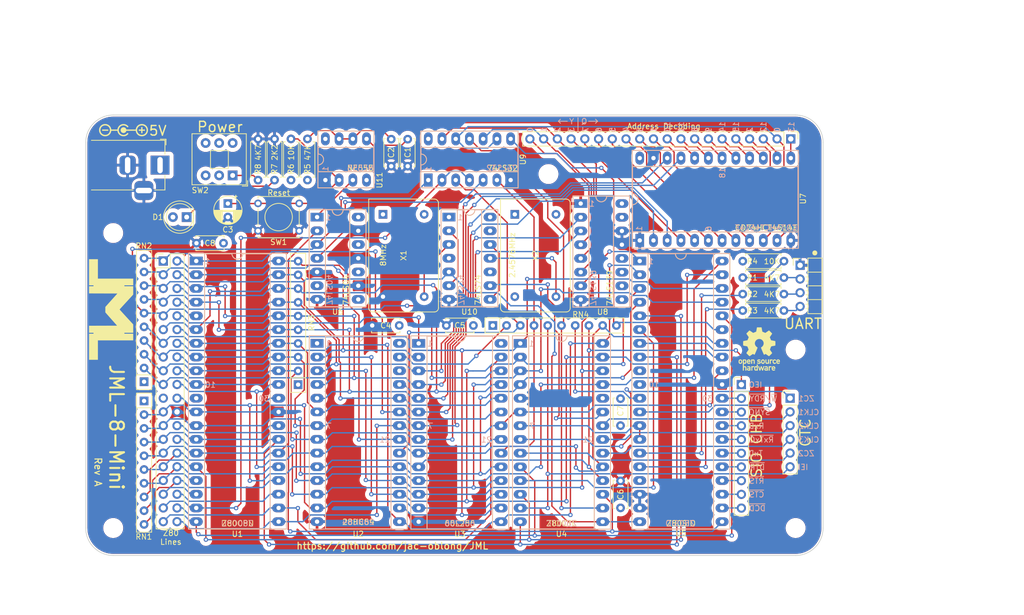
<source format=kicad_pcb>
(kicad_pcb (version 20221018) (generator pcbnew)
  (layers (0 "F.Cu" signal) (1 "In1.Cu" power) (2 "In2.Cu" power) (31 "B.Cu" signal) (34 "B.Paste" user) (35 "F.Paste" user) (36 "B.SilkS" user "B.Silkscreen") (37 "F.SilkS" user "F.Silkscreen") (38 "B.Mask" user) (39 "F.Mask" user) (44 "Edge.Cuts" user))
  (net 0 "")
  (net 1 "GND")
  (net 2 "/Power, Clock and Reset/555Control")
  (net 3 "/Power, Clock and Reset/555Dis{slash}Thr")
  (net 4 "/Power, Clock and Reset/555Trigger")
  (net 5 "+5V")
  (net 6 "/Power, Clock and Reset/LED_TO_R")
  (net 7 "/Power, Clock and Reset/PWR_IN")
  (net 8 "/Peripherals/RxDB")
  (net 9 "/Peripherals/~{RxTxCB}")
  (net 10 "/Peripherals/TxDB")
  (net 11 "/Peripherals/~{SYNCB}")
  (net 12 "/Peripherals/~{W}{slash}~{RDYB}")
  (net 13 "/Peripherals/~{RTSB}")
  (net 14 "/Peripherals/~{CTSB}")
  (net 15 "/Peripherals/~{DTRB}")
  (net 16 "/Peripherals/~{DCDB}")
  (net 17 "/Peripherals/SIO_IEO")
  (net 18 "/Peripherals/UART_Tx")
  (net 19 "/Peripherals/UART_Rx")
  (net 20 "/Peripherals/UART_CTS")
  (net 21 "/Peripherals/CLK{slash}TRG1")
  (net 22 "/Peripherals/ZC{slash}TO1")
  (net 23 "/Peripherals/CLK{slash}TRG2")
  (net 24 "/Peripherals/ZC{slash}TO2")
  (net 25 "/Peripherals/CLK{slash}TRG3")
  (net 26 "/CTC IEI")
  (net 27 "/Address Decoding/Y0")
  (net 28 "/Address Decoding/Y1")
  (net 29 "/Address Decoding/Y2")
  (net 30 "/Address Decoding/Y3")
  (net 31 "/Address Decoding/Y4")
  (net 32 "/Address Decoding/Y5")
  (net 33 "/Address Decoding/Y6")
  (net 34 "/Address Decoding/Y7")
  (net 35 "/Address Decoding/Y8")
  (net 36 "/Address Decoding/Y9")
  (net 37 "/Address Decoding/Y10")
  (net 38 "/Address Decoding/Y11")
  (net 39 "/Address Decoding/Y12")
  (net 40 "/Address Decoding/Y13")
  (net 41 "/Address Decoding/Y14")
  (net 42 "/Address Decoding/Y15")
  (net 43 "/Address Decoding/Q0")
  (net 44 "/Address Decoding/Q1")
  (net 45 "/Address Decoding/Q2")
  (net 46 "/Address Decoding/Q3")
  (net 47 "/A11")
  (net 48 "/A10")
  (net 49 "/A12")
  (net 50 "/A9")
  (net 51 "/A13")
  (net 52 "/A8")
  (net 53 "/A14")
  (net 54 "/A7")
  (net 55 "/A15")
  (net 56 "/A6")
  (net 57 "/CLK")
  (net 58 "/A5")
  (net 59 "/D4")
  (net 60 "/A4")
  (net 61 "/D3")
  (net 62 "/A3")
  (net 63 "/D5")
  (net 64 "/A2")
  (net 65 "/D6")
  (net 66 "/A1")
  (net 67 "/A0")
  (net 68 "/D2")
  (net 69 "/D7")
  (net 70 "/~{RFSH}")
  (net 71 "/D0")
  (net 72 "/~{M1}")
  (net 73 "/D1")
  (net 74 "/~{RESET}")
  (net 75 "/~{INT}")
  (net 76 "/~{BUSRQ}")
  (net 77 "/~{NMI}")
  (net 78 "/~{WAIT}")
  (net 79 "/~{HALT}")
  (net 80 "/~{BUSACK}")
  (net 81 "/~{MREQ}")
  (net 82 "/~{WR}")
  (net 83 "/~{IORQ}")
  (net 84 "/~{RD}")
  (net 85 "/Peripherals/RxDA")
  (net 86 "/Peripherals/TxDA")
  (net 87 "/Peripherals/~{DTRA}")
  (net 88 "/Power, Clock and Reset/SW_TO_R")
  (net 89 "/~{SIO SYNCA}")
  (net 90 "/~{ROM WE}")
  (net 91 "/~{ROM}")
  (net 92 "/~{RAM}")
  (net 93 "/~{CTC}")
  (net 94 "/~{SIO}")
  (net 100 "/Peripherals/SIO_UART_CLK")
  (net 101 "/Peripherals/SIO_IEI")
  (net 102 "/Peripherals/UART CLK")
  (net 105 "/Address Decoding/~{A15}")
  (net 106 "/Power, Clock and Reset/555Out")
  (net 115 "/Power, Clock and Reset/DFFA_DataIn")
  (net 116 "/Power, Clock and Reset/8MHz")
  (net 117 "/Power, Clock and Reset/DFFB_DataIn")
  (net 118 "/Power, Clock and Reset/2.4576MHz")
  (footprint "Resistor_THT:R_Axial_DIN0207_L6.3mm_D2.5mm_P7.62mm_Horizontal" (layer "F.Cu") (at 212.979 80.137 180)
    (fp_text reference "R1")
    (fp_text value "4K7")
  )
  (footprint "Package_DIP:DIP-40_W15.24mm_Socket_LongPads" (layer "F.Cu") (at 104.262 77.059)
    (fp_text reference "U1")
    (fp_text value "Z80CPU")
  )
  (footprint "Oscillator:Oscillator_DIP-14" (layer "F.Cu") (at 163.19 68.423 -90)
    (fp_text reference "X2")
    (fp_text value "2.4576MHz")
  )
  (footprint "Package_DIP:DIP-16_W7.62mm_Socket_LongPads" (layer "F.Cu") (at 175.382 66.421)
    (fp_text reference "U8")
    (fp_text value "74LS139")
  )
  (footprint "LED_THT:LED_D5.0mm" (layer "F.Cu") (at 102.489 68.931 180)
    (fp_text reference "D1")
    (fp_text value "RED")
  )
  (footprint "Package_DIP:DIP-8_W7.62mm_Socket_LongPads" (layer "F.Cu") (at 128.148 62.073 90)
    (fp_text reference "U11")
    (fp_text value "NE555P")
  )
  (footprint "Package_DIP:DIP-28_W15.24mm_Socket_LongPads" (layer "F.Cu") (at 145.41 92.314)
    (fp_text reference "U3")
    (fp_text value "60L256")
  )
  (footprint "Resistor_THT:R_Array_SIP10" (layer "F.Cu") (at 123.108 99.949 90)
    (fp_text reference "RN3")
    (fp_text value "10K")
  )
  (footprint "Capacitor_THT:C_Disc_D5.0mm_W2.5mm_P5.00mm" (layer "F.Cu") (at 155.53 88.997 180)
    (fp_text reference "C5")
    (fp_text value "2.2uF")
  )
  (footprint "Resistor_THT:R_Axial_DIN0207_L6.3mm_D2.5mm_P7.62mm_Horizontal" (layer "F.Cu") (at 205.359 77.089)
    (fp_text reference "R4")
    (fp_text value "10K")
  )
  (footprint "Capacitor_THT:C_Disc_D5.0mm_W2.5mm_P5.00mm" (layer "F.Cu") (at 140.33 54.503 -90)
    (fp_text reference "C2")
    (fp_text value "1uF")
  )
  (footprint "Resistor_THT:R_Array_SIP10" (layer "F.Cu") (at 159.126 88.997)
    (fp_text reference "RN4")
    (fp_text value "10K")
  )
  (footprint "Package_DIP:DIP-24_W15.24mm_Socket_LongPads" (layer "F.Cu") (at 186.304 73.249 90)
    (fp_text reference "U7")
    (fp_text value "CD74HCT4514E")
  )
  (footprint "MountingHole:MountingHole_3.2mm_M3" (layer "F.Cu") (at 215.138 126.492)
    (fp_text reference "H5" hide)
    (fp_text value "MountingHole" hide)
  )
  (footprint "Package_DIP:DIP-40_W15.24mm_Socket_LongPads" (layer "F.Cu") (at 186.299 77.064)
    (fp_text reference "U5")
    (fp_text value "Z80SIO")
  )
  (footprint "Resistor_THT:R_Array_SIP10" (layer "F.Cu") (at 94.61 99.411 90)
    (fp_text reference "RN2")
    (fp_text value "10K")
  )
  (footprint "Capacitor_THT:C_Disc_D5.0mm_W2.5mm_P5.00mm" (layer "F.Cu") (at 141.814 88.997 180)
    (fp_text reference "C4")
    (fp_text value "2.2uF")
  )
  (footprint "Package_DIP:DIP-14_W7.62mm_Socket_LongPads" (layer "F.Cu") (at 147.183 62.073 90)
    (fp_text reference "U9")
    (fp_text value "74LS32")
  )
  (footprint "Connector_PinHeader_2.54mm:PinHeader_1x10_P2.54mm_Vertical" (layer "F.Cu") (at 205.105 99.949)
    (fp_text reference "J2" hide)
    (fp_text value "SIO CHB")
  )
  (footprint "Button_Switch_THT:SW_Tactile_Straight_KSA0Axx1LFTR" (layer "F.Cu") (at 123.312 71.471 180)
    (fp_text reference "SW1")
    (fp_text value "Reset")
  )
  (footprint "Symbol:OSHW-Logo_7.5x8mm_SilkScreen" (layer "F.Cu") (at 208.407 93.345)
    (fp_text reference "REF**" hide)
    (fp_text value "OSHW-Logo_7.5x8mm_SilkScreen" hide)
  )
  (footprint "Resistor_THT:R_Axial_DIN0207_L6.3mm_D2.5mm_P7.62mm_Horizontal" (layer "F.Cu") (at 212.979 83.185 180)
    (fp_text reference "R2")
    (fp_text value "4K7")
  )
  (footprint "Package_DIP:DIP-28_W15.24mm_Socket_LongPads" (layer "F.Cu") (at 164.206 92.314)
    (fp_text reference "U4")
    (fp_text value "Z80CTC")
  )
  (footprint "Connector_PinHeader_2.54mm:PinHeader_2x20_P2.54mm_Vertical" (layer "F.Cu") (at 98.166 77.059)
    (fp_text reference "J6" hide)
    (fp_text value "Z80 Lines")
  )
  (footprint "MountingHole:MountingHole_3.2mm_M3" (layer "F.Cu") (at 88.9 126.492)
    (fp_text reference "H4" hide)
    (fp_text value "MountingHole" hide)
  )
  (footprint "Connector_BarrelJack:BarrelJack_Horizontal" (layer "F.Cu") (at 97.567 59.309)
    (fp_text reference "J1" hide)
    (fp_text value "BarrelJack")
  )
  (footprint "Button_Switch_THT:SW_Push_2P2T_Toggle_CK_PVA2xxH1xxxxxxV2" (layer "F.Cu") (at 110.998 61.214 180)
    (fp_text reference "SW2")
    (fp_text value "Power")
  )
  (footprint "Symbol:Polarity_Center_Positive_6mm_SilkScreen" (layer "F.Cu") (at 90.805 52.832)
    (fp_text reference "REF**" hide)
    (fp_text value "Polarity_Center_Positive_6mm_SilkScreen" hide)
  )
  (footprint "Resistor_THT:R_Axial_DIN0207_L6.3mm_D2.5mm_P7.62mm_Horizontal" (layer "F.Cu") (at 115.697 62.083 90)
    (fp_text reference "R8")
    (fp_text value "4K7")
  )
  (footprint "Capacitor_THT:C_Disc_D5.0mm_W2.5mm_P5.00mm" (layer "F.Cu") (at 109.302 73.757 180)
    (fp_text reference "C8")
    (fp_text value "2.2uF")
  )
  (footprint "Resistor_THT:R_Axial_DIN0207_L6.3mm_D2.5mm_P7.62mm_Horizontal" (layer "F.Cu") (at 121.788 62.073 90)
    (fp_text reference "R6")
    (fp_text value "10K")
  )
  (footprint "Connector_PinHeader_2.54mm:PinHeader_1x20_P2.54mm_Vertical" (layer "F.Cu") (at 214.244 54.453 -90)
    (fp_text reference "J5" hide)
    (fp_text value "Address Decoding")
  )
  (footprint "Resistor_THT:R_Axial_DIN0207_L6.3mm_D2.5mm_P7.62mm_Horizontal" (layer "F.Cu") (at 124.836 62.073 90)
    (fp_text reference "R5")
    (fp_text value "47K")
  )
  (footprint "MountingHole:MountingHole_3.2mm_M3" (layer "F.Cu") (at 169.418 60.96)
    (fp_text reference "H2" hide)
    (fp_text value "MountingHole" hide)
  )
  (footprint "Resistor_THT:R_Axial_DIN0207_L6.3mm_D2.5mm_P7.62mm_Horizontal" (layer "F.Cu") (at 118.74 62.083 90)
    (fp_text reference "R7")
    (fp_text value "2K2")
  )
  (footprint "MountingHole:MountingHole_3.2mm_M3" (layer "F.Cu") (at 88.9 71.882)
    (fp_text reference "H3" hide)
    (fp_text value "MountingHole" hide)
  )
  (footprint "Capacitor_THT:CP_Radial_D5.0mm_P2.50mm" (layer "F.Cu") (at 110.109 66.421 -90)
    (fp_text reference "C3")
    (fp_text value "0.1uF")
  )
  (footprint "Resistor_THT:R_Array_SIP10" (layer "F.Cu") (at 94.61 102.967 -90)
    (fp_text reference "RN1")
    (fp_text value "10K")
  )
  (footprint "MountingHole:MountingHole_3.2mm_M3" (layer "F.Cu") (at 215.138 93.472)
    (fp_text reference "H1" hide)
    (fp_text value "MountingHole" hide)
  )
  (footprint "Capacitor_THT:C_Disc_D5.0mm_W2.5mm_P5.00mm" (layer "F.Cu") (at 143.378 59.503 90)
    (fp_text reference "C1")
    (fp_text value "0.001uF")
  )
  (footprint "Capacitor_THT:C_Disc_D5.0mm_W2.5mm_P5.00mm" (layer "F.Cu") (at 182.753 122.769 90)
    (fp_text reference "C6")
    (fp_text value "2.2uF")
  )
  (footprint "Package_DIP:DIP-28_W15.24mm_Socket_LongPads" (layer "F.Cu") (at 126.609 92.299)
    (fp_text reference "U2")
    (fp_text value "28HC64")
  )
  (footprint "Connector_PinHeader_2.54mm:PinHeader_1x06_P2.54mm_Vertical" (layer "F.Cu") (at 214.117 102.459)
    (fp_text reference "J4" hide)
    (fp_text value "CTC Extra Lines")
  )
  (footprint "Resistor_THT:R_Axial_DIN0207_L6.3mm_D2.5mm_P7.62mm_Horizontal" (layer "F.Cu") (at 212.979 86.233 180)
    (fp_text reference "R3")
    (fp_text value "4K7")
  )
  (footprint "JML:JML-Logo" (layer "F.Cu") (at 88.519 86.85446 -90)
    (fp_text reference "G***" hide)
    (fp_text value "LOGO" hide)
  )
  (footprint "Connector_PinHeader_2.54mm:PinHeader_1x04_P2.54mm_Horizontal" (layer "F.Cu") (at 215.97 77.851)
    (fp_text reference "J3" hide)
    (fp_text value "UART")
  )
  (footprint "Capacitor_THT:C_Disc_D5.0mm_W2.5mm_P5.00mm" (layer "F.Cu") (at 182.748 102.539 -90)
    (fp_text reference "C7")
    (fp_text value "2.2uF")
  )
  (footprint "Package_DIP:DIP-14_W7.62mm_Socket_LongPads" (layer "F.Cu") (at 126.614 68.931)
    (fp_text reference "U6")
    (fp_text value "74LS04")
  )
  (footprint "Oscillator:Oscillator_DIP-14" (layer "F.Cu") (at 138.806 68.423 -90)
    (fp_text reference "X1")
    (fp_text value "8MHz")
  )
  (footprint "Package_DIP:DIP-14_W7.62mm_Socket_LongPads" (layer "F.Cu") (at 151.008 68.926)
    (fp_text reference "U10")
    (fp_text value "74LS74")
  )
  (gr_line (start 176.8475 51.181) (end 178.4985 51.181) (stroke (width 0.1524)) (layer "B.SilkS"))
  (gr_line (start 174.879 53.213) (end 174.879 50.546) (stroke (width 0.1524)) (layer "B.SilkS"))
  (gr_line (start 171.6405 50.8) (end 171.2595 51.181) (stroke (width 0.1524)) (layer "B.SilkS"))
  (gr_line (start 178.1175 51.562) (end 178.4985 51.181) (stroke (width 0.1524)) (layer "B.SilkS"))
  (gr_line (start 171.6405 51.562) (end 171.2595 51.181) (stroke (width 0.1524)) (layer "B.SilkS"))
  (gr_line (start 178.1175 50.8) (end 178.4985 51.181) (stroke (width 0.1524)) (layer "B.SilkS"))
  (gr_line (start 172.9105 51.181) (end 171.2595 51.181) (stroke (width 0.1524)) (layer "B.SilkS"))
  (gr_circle (center 218.694 75.565) (end 219.075 75.565) (stroke (width 0.1524)) (fill solid) (layer "F.SilkS"))
  (gr_arc (start 220.218 126.492) (mid 218.730102 130.084102) (end 215.138 131.572) (stroke (width 0.15)) (layer "Edge.Cuts"))
  (gr_arc (start 83.82 55.118) (mid 85.307898 51.525898) (end 88.9 50.038) (stroke (width 0.15)) (layer "Edge.Cuts"))
  (gr_line (start 220.218 55.118) (end 220.218 126.492) (stroke (width 0.15)) (layer "Edge.Cuts"))
  (gr_line (start 215.138 131.572) (end 88.9 131.572) (stroke (width 0.15)) (layer "Edge.Cuts"))
  (gr_line (start 83.82 126.492) (end 83.82 55.118) (stroke (width 0.15)) (layer "Edge.Cuts"))
  (gr_arc (start 215.138 50.038) (mid 218.730102 51.525898) (end 220.218 55.118) (stroke (width 0.15)) (layer "Edge.Cuts"))
  (gr_arc (start 88.9 131.572) (mid 85.307898 130.084102) (end 83.82 126.492) (stroke (width 0.15)) (layer "Edge.Cuts"))
  (gr_line (start 215.138 50.038) (end 88.9 50.038) (stroke (width 0.15)) (layer "Edge.Cuts"))
  (gr_text "18" (at 202.184 59.69 90) (layer "B.SilkS") (effects (font (size 1.016 1.016) (thickness 0.1524)) (justify left bottom mirror)))
  (gr_text "Y" (at 174.244 51.816) (layer "B.SilkS") (effects (font (size 1.016 1.016) (thickness 0.1524)) (justify left bottom mirror)))
  (gr_text "74LS74" (at 152.654 85.344 -90) (layer "B.SilkS") (effects (font (size 1.016 1.016) (thickness 0.1524)) (justify left bottom mirror)))
  (gr_text "ZC2" (at 218.694 113.284) (layer "B.SilkS") (effects (font (size 1.016 1.016) (thickness 0.1524)) (justify left bottom mirror)))
  (gr_text "28HC64" (at 137.287 125.984) (layer "B.SilkS") (effects (font (size 1.016 1.016) (thickness 0.1524)) (justify left bottom mirror)))
  (gr_text "~{DTR}" (at 209.55 115.824) (layer "B.SilkS") (effects (font (size 1.016 1.016) (thickness 0.1524)) (justify left bottom mirror)))
  (gr_text "IEO" (at 209.042 100.584) (layer "B.SilkS") (effects (font (size 1.016 1.016) (thickness 0.1524)) (justify left bottom mirror)))
  (gr_text "74LS139" (at 177.038 85.471 -90) (layer "B.SilkS") (effects (font (size 1.016 1.016) (thickness 0.1524)) (justify left bottom mirror)))
  (gr_text "CD74HCT4514E" (at 215.519 71.501) (layer "B.SilkS") (effects (font (size 1.016 1.016) (thickness 0.1524)) (justify left bottom mirror)))
  (gr_text "14" (at 202.184 51.181 90) (layer "B.SilkS") (effects (font (size 1.016 1.016) (thickness 0.1524)) (justify left bottom mirror)))
  (gr_text "12" (at 209.804 51.181 90) (layer "B.SilkS") (effects (font (size 1.016 1.016) (thickness 0.1524)) (justify left bottom mirror)))
  (gr_text "1" (at 128.778 59.436 90) (layer "B.SilkS") (effects (font (size 1.016 1.016) (thickness 0.1524)) (justify left bottom mirror)))
  (gr_text "21" (at 159.004 110.744) (layer "B.SilkS") (effects (font (size 1.016 1.016) (thickness 0.1524)) (justify left bottom mirror)))
  (gr_text "~{SYNC}" (at 210.566 105.664) (layer "B.SilkS") (effects (font (size 1.016 1.016) (thickness 0.1524)) (justify left bottom mirror)))
  (gr_text "1" (at 188.976 77.724) (layer "B.SilkS") (effects (font (size 1.016 1.016) (thickness 0.1524)) (justify left bottom mirror)))
  (gr_text "21" (at 177.8 110.744) (layer "B.SilkS") (effects (font (size 1.016 1.016) (thickness 0.1524)) (justify left bottom mirror)))
  (gr_text "1" (at 148.082 92.964) (layer "B.SilkS") (effects (font (size 1.016 1.016) (thickness 0.1524)) (justify left bottom mirror)))
  (gr_text "1" (at 178.054 67.056) (layer "B.SilkS") (effects (font (size 1.016 1.016) (thickness 0.1524)) (justify left bottom mirror)))
  (gr_text "10" (at 192.024 51.181 90) (layer "B.SilkS") (effects (font (size 1.016 1.016) (thickness 0.1524)) (justify left bottom mirror)))
  (gr_text "8" (at 197.104 52.197 90) (layer "B.SilkS") (effects (font (size 1.016 1.016) (thickness 0.1524)) (justify left bottom mirror)))
  (gr_text "IEI" (at 217.551 115.824) (layer "B.SilkS") (effects (font (size 1.016 1.016) (thickness 0.1524)) (justify left bottom mirror)))
  (gr_text "0" (at 166.624 52.197 90) (layer "B.SilkS") (effects (font (size 1.016 1.016) (thickness 0.1524)) (justify left bottom mirror)))
  (gr_text "2" (at 207.264 52.197 90) (layer "B.SilkS") (effects (font (size 1.016 1.016) (thickness 0.1524)) (justify left bottom mirror)))
  (gr_text "RxD" (at 209.423 108.204) (layer "B.SilkS") (effects (font (size 1.016 1.016) (thickness 0.1524)) (justify left bottom mirror)))
  (gr_text "9" (at 199.644 52.197 90) (layer "B.SilkS") (effects (font (size 1.016 1.016) (thickness 0.1524)) (justify left bottom mirror)))
  (gr_text "1" (at 153.67 69.596) (layer "B.SilkS") (effects (font (size 1.016 1.016) (thickness 0.1524)) (justify left bottom mirror)))
  (gr_text "30" (at 117.856 103.124) (layer "B.SilkS") (effects (font (size 1.016 1.016) (thickness 0.1524)) (justify left bottom mirror)))
  (gr_text "4" (at 184.404 52.07 90) (layer "B.SilkS") (effects (font (size 1.016 1.016) (thickness 0.1524)) (justify left bottom mirror)))
  (gr_text "7" (at 176.911 52.07 90) (layer "B.SilkS") (effects (font (size 1.016 1.016) (thickness 0.1524)) (justify left bottom mirror)))
  (gr_text "1" (at 147.828 59.436 90) (layer "B.SilkS") (effects (font (size 1.016 1.016) (thickness 0.1524)) (justify left bottom mirror)))
  (gr_text "6" (at 199.644 70.485 90) (layer "B.SilkS") (effects (font (size 1.016 1.016) (thickness 0.1524)) (justify left bottom mirror)))
  (gr_text "10" (at 107.95 100.584) (layer "B.SilkS") (effects (font (size 1.016 1.016) (thickness 0.1524)) (justify left bottom mirror)))
  (gr_text "1" (at 129.286 92.964) (layer "B.SilkS") (effects (font (size 1.016 1.016) (thickness 0.1524)) (justify left bottom mirror)))
  (gr_text "30" (at 199.898 103.124) (layer "B.SilkS") (effects (font (size 1.016 1.016) (thickness 0.1524)) (justify left bottom mirror)))
  (gr_text "Z80CPU" (at 114.935 126.238) (layer "B.SilkS") (effects (font (size 1.016 1.016) (thickness 0.1524)) (justify left bottom mirror)))
  (gr_text "~{RxTxC}" (at 211.201 110.744) (layer "B.SilkS") (effects (font (size 1.016 1.016) (thickness 0.1524)) (justify left bottom mirror)))
  (gr_text "Z80SIO" (at 196.596 126.238) (layer "B.SilkS") (effects (font (size 1.016 1.016) (thickness 0.1524)) (justify left bottom mirror)))
  (gr_text "74LS04" (at 128.27 85.344 -90) (layer "B.SilkS") (effects (font (size 1.016 1.016) (thickness 0.1524)) (justify left bottom mirror)))
  (gr_text "CLK3" (at 219.583 110.744) (layer "B.SilkS") (effects (font (size 1.016 1.016) (thickness 0.1524)) (justify left bottom mirror)))
  (gr_text "Z80CTC" (at 174.752 126.238) (layer "B.SilkS") (effects (font (size 1.016 1.016) (thickness 0.1524)) (justify left bottom mirror)))
  (gr_text "60L256" (at 155.956 126.238) (layer "B.SilkS") (effects (font (size 1.016 1.016) (thickness 0.1524)) (justify left bottom mirror)))
  (gr_text "3" (at 174.244 52.197 90) (layer "B.SilkS") (effects (font (size 1.016 1.016) (thickness 0.1524)) (justify left bottom mirror)))
  (gr_text "21" (at 140.208 110.744) (layer "B.SilkS") (effects (font (size 1.016 1.016) (thickness 0.1524)) (justify left bottom mirror)))
  (gr_text "7" (at 148.209 108.204) (layer "B.SilkS") (effects (font (size 1.016 1.016) (thickness 0.1524)) (justify left bottom mirror)))
  (gr_text "0" (at 212.344 52.197 90) (layer "B.SilkS") (effects (font (size 1.016 1.016) (thickness 0.1524)) (justify left bottom mirror)))
  (gr_text "~{W}/~{RDY}" (at 211.836 103.124) (layer "B.SilkS") (effects (font (size 1.016 1.016) (thickness 0.1524)) (justify left bottom mirror)))
  (gr_text "3" (at 186.944 52.197 90) (layer "B.SilkS") (effects (font (size 1.016 1.016) (thickness 0.1524)) (justify left bottom mirror)))
  (gr_text "1" (at 169.164 52.197 90) (layer "B.SilkS") (effects (font (size 1.016 1.016) (thickness 0.1524)) (justify left bottom mirror)))
  (gr_text "10" (at 189.992 100.584) (layer "B.SilkS") (effects (font (size 1.016 1.016) (thickness 0.1524)) (justify left bottom mirror)))
  (gr_text "NE555" (at 137.16 60.452) (layer "B.SilkS") (effects (font (size 1.016 1.016) (thickness 0.1524)) (justify left bottom mirror)))
  (gr_text "1" (at 106.934 77.724) (layer "B.SilkS") (effects (font (size 1.016 1.016) (thickness 0.1524)) (justify left bottom mirror)))
  (gr_text "7" (at 129.413 108.204) (layer "B.SilkS") (effects (font (size 1.016 1.016) (thickness 0.1524)) (justify left bottom mirror)))
  (gr_text "Q" (at 176.657 51.816) (layer "B.SilkS") (effects (font (size 1.016 1.016) (thickness 0.1524)) (justify left bottom mirror)))
  (gr_text "2" (at 171.704 52.197 90) (layer "B.SilkS") (effects (font (size 1.016 1.016) (thickness 0.1524)) (justify left bottom mirror)))
  (gr_text "TxD" (at 209.169 113.284) (layer "B.SilkS") (effects (font (size 1.016 1.016) (thickness 0.1524)) (justify left bottom mirror)))
  (gr_text "5" (at 181.864 52.197 90) (layer "B.SilkS") (effects (font (size 1.016 1.016) (thickness 0.1524)) (justify left bottom mirror)))
  (gr_text "7" (at 167.005 108.204) (layer "B.SilkS") (effects (font (size 1.016 1.016) (thickness 0.1524)) (justify left bottom mirror)))
  (gr_text "1" (at 186.817 70.485 90) (layer "B.SilkS") (effects (font (size 1.016 1.016) (thickness 0.1524)) (justify left bottom mirror)))
  (gr_text "~{CTS}" (at 209.423 120.904) (layer "B.SilkS") (effects (font (size 1.016 1.016) (thickness 0.1524)) (justify left bottom mirror)))
  (gr_text "74LS32" (at 163.703 60.452) (layer "B.SilkS") (effects (font (size 1.016 1.016) (thickness 0.1524)) (justify left bottom mirror)))
  (gr_text "1" (at 189.484 52.197 90) (layer "B.SilkS") (effects (font (size 1.016 1.016) (thickness 0.1524)) (justify left bottom mirror)))
  (gr_text "13" (at 214.376 51.181 90) (layer "B.SilkS") (effects (font (size 1.016 1.016) (thickness 0.1524)) (justify left mirror)))
  (gr_text "~{RTS}" (at 209.423 118.364) (layer "B.SilkS") (effects (font (size 1.016 1.016) (thickness 0.1524)) (justify left bottom mirror)))
  (gr_text "~{DCD}" (at 209.677 123.444) (layer "B.SilkS") (effects (font (size 1.016 1.016) (thickness 0.1524)) (justify left bottom mirror)))
  (gr_text "11" (at 194.564 51.181 90) (layer "B.SilkS") (effects (font (size 1.016 1.016) (thickness 0.1524)) (justify left bottom mirror)))
  (gr_text "ZC1" (at 218.694 103.124) (layer "B.SilkS") (effects (font (size 1.016 1.016) (thickness 0.1524)) (justify left bottom mirror)))
  (gr_text "6" (at 179.324 52.197 90) (layer "B.SilkS") (effects (font (size 1.016 1.016) (thickness 0.1524)) (justify left bottom mirror)))
  (gr_text "CLK1" (at 219.583 105.664) (layer "B.SilkS") (effects (font (size 1.016 1.016) (thickness 0.1524)) (justify left bottom mirror)))
  (gr_text "CLK2" (at 219.583 108.204) (layer "B.SilkS") (effects (font (size 1.016 1.016) (thickness 0.1524)) (justify left bottom mirror)))
  (gr_text "1" (at 166.878 92.964) (layer "B.SilkS") (effects (font (size 1.016 1.016) (thickness 0.1524)) (justify left bottom mirror)))
  (gr_text "15" (at 204.724 51.181 90) (layer "B.SilkS") (effects (font (size 1.016 1.016) (thickness 0.1524)) (justify left bottom mirror)))
  (gr_text "1" (at 129.286 69.596) (layer "B.SilkS") (effects (font (size 1.016 1.016) (thickness 0.1524)) (justify left bottom mirror)))
  (gr_text "Rev A" (at 85.344 113.284 -90) (layer "F.SilkS") (effects (font (size 1.27 1.27) (thickness 0.2032)) (justify left bottom)))
  (gr_text "SIO CHB" (at 209.042 117.348 90) (layer "F.SilkS") (effects (font (size 1.905 1.905) (thickness 0.254)) (justify left bottom)))
  (gr_text "2.4576MHz" (at 163.322 80.264 90) (layer "F.SilkS") (effects (font (size 1.016 1.016) (thickness 0.1524)) (justify left bottom)))
  (gr_text "60L256" (at 150.114 126.238) (layer "F.SilkS") (effects (font (size 1.016 1.016) (thickness 0.1524)) (justify left bottom)))
  (gr_text "Reset" (at 117.348 65.024) (layer "F.SilkS") (effects (font (size 1.016 1.016) (thickness 0.1524)) (justify left bottom)))
  (gr_text "Power" (at 104.267 53.34) (layer "F.SilkS") (effects (font (size 1.905 1.905) (thickness 0.254)) (justify left bottom)))
  (gr_text "Z80CTC" (at 168.91 126.238) (layer "F.SilkS") (effects (font (size 1.016 1.016) (thickness 0.1524)) (justify left bottom)))
  (gr_text "Z80SIO" (at 191.135 126.238) (layer "F.SilkS") (effects (font (size 1.016 1.016) (thickness 0.1524)) (justify left bottom)))
  (gr_text "CD74HCT4514E" (at 203.835 71.501) (layer "F.SilkS") (effects (font (size 1.016 1.016) (thickness 0.1524)) (justify left bottom)))
  (gr_text "4K7" (at 116.332 58.547 90) (layer "F.SilkS") (effects (font (size 1.016 1.016) (thickness 0.1524)) (justify left bottom)))
  (gr_text "UART" (at 212.852 89.789) (layer "F.SilkS") (effects (font (size 1.905 1.905) (thickness 0.254)) (justify left bottom)))
  (gr_text "Z80CPU" (at 108.839 126.238) (layer "F.SilkS") (effects (font (size 1.016 1.016) (thickness 0.1524)) (justify left bottom)))
  (gr_text "47K" (at 125.476 58.547 90) (layer "F.SilkS") (effects (font (size 1.016 1.016) (thickness 0.1524)) (justify left bottom)))
  (gr_text "2K2" (at 119.38 58.547 90) (layer "F.SilkS") (effects (font (size 1.016 1.016) (thickness 0.1524)) (justify left bottom)))
  (gr_text "10K" (at 209.169 77.724) (layer "F.SilkS") (effects (font (size 1.016 1.016) (thickness 0.1524)) (justify left bottom)))
  (gr_text "CTC" (at 218.059 111.633 90) (layer "F.SilkS") (effects (font (size 1.905 1.905) (thickness 0.254)) (justify left bottom)))
  (gr_text "4K7" (at 209.169 83.82) (layer "F.SilkS") (effects (font (size 1.016 1.016) (thickness 0.1524)) (justify left bottom)))
  (gr_text "74LS74" (at 156.972 85.344 90) (layer "F.SilkS") (effects (font (size 1.016 1.016) (thickness 0.1524)) (justify left bottom)))
  (gr_text "4K7" (at 209.169 80.772) (layer "F.SilkS") (effects (font (size 1.016 1.016) (thickness 0.1524)) (justify left bottom)))
  (gr_text "Z80\nLines" (at 99.568 129.667) (layer "F.SilkS") (effects (font (size 1.016 1.016) (thickness 0.1524)) (justify bottom)))
  (gr_text "https://github.com/jac-oblong/JML" (at 122.682 130.556) (layer "F.SilkS") (effects (font (size 1.27 1.27) (thickness 0.2032)) (justify left bottom)))
  (gr_text "74LS04" (at 132.588 85.344 90) (layer "F.SilkS") (effects (font (size 1.016 1.016) (thickness 0.1524)) (justify left bottom)))
  (gr_text "Address Decoding" (at 183.896 52.705) (layer "F.SilkS") (effects (font (size 1.016 1.016) (thickness 0.1524)) (justify left bottom)))
  (gr_text "8MHz" (at 139.446 78.105 90) (layer "F.SilkS") (effects (font (size 1.016 1.016) (thickness 0.1524)) (justify left bottom)))
  (gr_text "74LS139" (at 181.356 85.471 90) (layer "F.SilkS") (effects (font (size 1.016 1.016) (thickness 0.1524)) (justify left bottom)))
  (gr_text "JML-8-Mini" (at 88.011 96.012 270) (layer "F.SilkS") (effects (font (size 2.54 2.54) (thickness 0.381)) (justify left bottom)))
  (gr_text "NE555" (at 132.08 60.452) (layer "F.SilkS") (effects (font (size 1.016 1.016) (thickness 0.1524)) (justify left bottom)))
  (gr_text "4K7" (at 209.169 86.868) (layer "F.SilkS") (effects (font (size 1.016 1.016) (thickness 0.1524)) (justify left bottom)))
  (gr_text "10K" (at 122.428 58.547 90) (layer "F.SilkS") (effects (font (size 1.016 1.016) (thickness 0.1524)) (justify left bottom)))
  (gr_text "28HC64" (at 131.191 125.984) (layer "F.SilkS") (effects (font (size 1.016 1.016) (thickness 0.1524)) (justify left bottom)))
  (gr_text "5V	" (at 95.377 53.975) (layer "F.SilkS") (effects (font (size 1.778 1.778) (thickness 0.254)) (justify left bottom)))
  (gr_text "74LS32" (at 157.988 60.452) (layer "F.SilkS") (effects (font (size 1.016 1.016) (thickness 0.1524)) (justify left bottom)))
  (segment (start 135.768 54.453) (end 136.943 55.628) (width 0.25) (layer "F.Cu") (net 2))
  (segment (start 142.253 55.628) (end 143.378 54.503) (width 0.25) (layer "F.Cu") (net 2))
  (segment (start 136.943 55.628) (end 142.253 55.628) (width 0.25) (layer "F.Cu") (net 2))
  (segment (start 134.753 52.928) (end 138.755 52.928) (width 0.25) (layer "F.Cu") (net 3))
  (segment (start 133.228 54.453) (end 134.753 52.928) (width 0.25) (layer "F.Cu") (net 3))
  (segment (start 130.688 54.453) (end 133.228 54.453) (width 0.25) (layer "F.Cu") (net 3))
  (segment (start 138.755 52.928) (end 140.33 54.503) (width 0.25) (layer "F.Cu") (net 3))
  (segment (start 124.836 54.453) (end 126.361 52.928) (width 0.25) (layer "F.Cu") (net 3))
  (segment (start 129.163 52.928) (end 130.688 54.453) (width 0.25) (layer "F.Cu") (net 3))
  (segment (start 126.361 52.928) (end 129.163 52.928) (width 0.25) (layer "F.Cu") (net 3))
  (segment (start 123.068 54.453) (end 130.688 62.073) (width 0.25) (layer "F.Cu") (net 4))
  (segment (start 126.37 66.391) (end 130.688 62.073) (width 0.25) (layer "F.Cu") (net 4))
  (segment (start 123.312 66.391) (end 126.37 66.391) (width 0.25) (layer "F.Cu") (net 4))
  (segment (start 121.788 54.453) (end 123.068 54.453) (width 0.25) (layer "F.Cu") (net 4))
  (segment (start 110.109 66.421) (end 115.662 66.421) (width 0.25) (layer "F.Cu") (net 4))
  (segment (start 115.692 66.391) (end 123.312 66.391) (width 0.25) (layer "F.Cu") (net 4))
  (segment (start 115.662 66.421) (end 115.692 66.391) (width 0.25) (layer "F.Cu") (net 4))
  (segment (start 115.627112 66.455888) (end 115.692 66.391) (width 0.25) (layer "F.Cu") (net 4))
  (segment (start 117.615 63.208) (end 118.74 62.083) (width 0.25) (layer "F.Cu") (net 6))
  (segment (start 108.212 63.208) (end 117.615 63.208) (width 0.25) (layer "F.Cu") (net 6))
  (segment (start 102.489 68.931) (end 108.212 63.208) (width 0.25) (layer "F.Cu") (net 6))
  (segment (start 201.539 107.544) (end 205.08 107.544) (width 0.25) (layer "B.Cu") (net 8))
  (segment (start 205.08 107.544) (end 205.105 107.569) (width 0.25) (layer "B.Cu") (net 8))
  (segment (start 205.08 110.084) (end 205.105 110.109) (width 0.25) (layer "B.Cu") (net 9))
  (segment (start 201.539 110.084) (end 205.08 110.084) (width 0.25) (layer "B.Cu") (net 9))
  (segment (start 201.539 112.624) (end 205.08 112.624) (width 0.25) (layer "B.Cu") (net 10))
  (segment (start 205.08 112.624) (end 205.105 112.649) (width 0.25) (layer "B.Cu") (net 10))
  (segment (start 201.539 105.004) (end 205.08 105.004) (width 0.25) (layer "B.Cu") (net 11))
  (segment (start 205.08 105.004) (end 205.105 105.029) (width 0.25) (layer "B.Cu") (net 11))
  (segment (start 205.08 102.464) (end 205.105 102.489) (width 0.25) (layer "B.Cu") (net 12))
  (segment (start 201.539 102.464) (end 205.08 102.464) (width 0.25) (layer "B.Cu") (net 12))
  (segment (start 201.539 117.704) (end 205.08 117.704) (width 0.25) (layer "B.Cu") (net 13))
  (segment (start 205.08 117.704) (end 205.105 117.729) (width 0.25) (layer "B.Cu") (net 13))
  (segment (start 205.08 120.244) (end 205.105 120.269) (width 0.25) (layer "B.Cu") (net 14))
  (segment (start 201.539 120.244) (end 205.08 120.244) (width 0.25) (layer "B.Cu") (net 14))
  (segment (start 205.08 115.164) (end 205.105 115.189) (width 0.25) (layer "B.Cu") (net 15))
  (segment (start 201.539 115.164) (end 205.08 115.164) (width 0.25) (layer "B.Cu") (net 15))
  (segment (start 205.08 122.784) (end 205.105 122.809) (width 0.25) (layer "B.Cu") (net 16))
  (segment (start 201.539 122.784) (end 205.08 122.784) (width 0.25) (layer "B.Cu") (net 16))
  (segment (start 204.089 93.599) (end 205.105 94.615) (width 0.25) (layer "F.Cu") (net 17))
  (segment (start 205.105 94.615) (end 205.105 99.949) (width 0.25) (layer "F.Cu") (net 17))
  (via (at 204.089 93.599) (size 0.8) (drill 0.4) (layers "F.Cu" "B.Cu") (net 17))
  (segment (start 200.025 93.599) (end 198.73 92.304) (width 0.25) (layer "B.Cu") (net 17))
  (segment (start 198.73 92.304) (end 186.299 92.304) (width 0.25) (layer "B.Cu") (net 17))
  (segment (start 204.089 93.599) (end 200.025 93.599) (width 0.25) (layer "B.Cu") (net 17))
  (segment (start 213.233 80.391) (end 212.979 80.137) (width 0.25) (layer "F.Cu") (net 18))
  (segment (start 212.979 80.137) (end 215.716 80.137) (width 0.25) (layer "B.Cu") (net 18))
  (segment (start 215.716 80.137) (end 215.97 80.391) (width 0.25) (layer "B.Cu") (net 18))
  (segment (start 215.716 83.185) (end 215.97 82.931) (width 0.25) (layer "F.Cu") (net 19))
  (segment (start 212.979 83.185) (end 215.716 83.185) (width 0.25) (layer "B.Cu") (net 19))
  (segment (start 215.716 83.185) (end 215.97 82.931) (width 0.25) (layer "B.Cu") (net 19))
  (segment (start 215.208 86.233) (end 215.97 85.471) (width 0.25) (layer "B.Cu") (net 20))
  (segment (start 212.979 86.233) (end 215.208 86.233) (width 0.25) (layer "B.Cu") (net 20))
  (segment (start 212.817 106.299) (end 180.701 106.299) (width 0.25) (layer "B.Cu") (net 21))
  (segment (start 180.701 106.299) (end 179.446 107.554) (width 0.25) (layer "B.Cu") (net 21))
  (segment (start 214.117 104.999) (end 212.817 106.299) (width 0.25) (layer "B.Cu") (net 21))
  (segment (start 184.658 109.601) (end 184.658 104.648) (width 0.25) (layer "F.Cu") (net 22))
  (segment (start 182.88 111.379) (end 184.658 109.601) (width 0.25) (layer "F.Cu") (net 22))
  (segment (start 184.658 101.6) (end 183.896 100.838) (width 0.25) (layer "F.Cu") (net 22))
  (segment (start 184.658 104.648) (end 184.658 101.6) (width 0.25) (layer "F.Cu") (net 22))
  (via (at 182.88 111.379) (size 0.8) (drill 0.4) (layers "F.Cu" "B.Cu") (net 22))
  (via (at 183.896 100.838) (size 0.8) (drill 0.4) (layers "F.Cu" "B.Cu") (net 22))
  (segment (start 184.277 101.219) (end 212.877 101.219) (width 0.25) (layer "B.Cu") (net 22))
  (segment (start 212.877 101.219) (end 214.117 102.459) (width 0.25) (layer "B.Cu") (net 22))
  (segment (start 177.8 111.379) (end 182.88 111.379) (width 0.25) (layer "B.Cu") (net 22))
  (segment (start 164.206 110.094) (end 176.515 110.094) (width 0.25) (layer "B.Cu") (net 22))
  (segment (start 176.515 110.094) (end 177.8 111.379) (width 0.25) (layer "B.Cu") (net 22))
  (segment (start 183.896 100.838) (end 184.277 101.219) (width 0.25) (layer "B.Cu") (net 22))
  (segment (start 212.817 108.839) (end 184.912 108.839) (width 0.25) (layer "B.Cu") (net 23))
  (segment (start 183.657 110.094) (end 179.446 110.094) (width 0.25) (layer "B.Cu") (net 23))
  (segment (start 214.117 107.539) (end 212.817 108.839) (width 0.25) (layer "B.Cu") (net 23))
  (segment (start 184.912 108.839) (end 183.657 110.094) (width 0.25) (layer "B.Cu") (net 23))
  (segment (start 214.117 112.619) (end 212.817 113.919) (width 0.25) (layer "B.Cu") (net 24))
  (segment (start 177.927 113.919) (end 176.642 112.634) (width 0.25) (layer "B.Cu") (net 24))
  (segment (start 212.817 113.919) (end 177.927 113.919) (width 0.25) (layer "B.Cu") (net 24))
  (segment (start 176.642 112.634) (end 164.206 112.634) (width 0.25) (layer "B.Cu") (net 24))
  (segment (start 183.657 112.634) (end 179.446 112.634) (width 0.25) (layer "B.Cu") (net 25))
  (segment (start 212.817 111.379) (end 184.912 111.379) (width 0.25) (layer "B.Cu") (net 25))
  (segment (start 184.912 111.379) (end 183.657 112.634) (width 0.25) (layer "B.Cu") (net 25))
  (segment (start 214.117 110.079) (end 212.817 111.379) (width 0.25) (layer "B.Cu") (net 25))
  (segment (start 169.286 88.997) (end 169.286 116.459) (width 0.25) (layer "F.Cu") (net 26))
  (segment (start 169.286 122.804) (end 169.291 122.809) (width 0.25) (layer "F.Cu") (net 26))
  (segment (start 169.286 116.459) (end 169.286 122.804) (width 0.25) (layer "F.Cu") (net 26))
  (via (at 169.291 122.809) (size 0.8) (drill 0.4) (layers "F.Cu" "B.Cu") (net 26))
  (via (at 169.286 116.459) (size 0.8) (drill 0.4) (layers "F.Cu" "B.Cu") (net 26))
  (segment (start 214.117 115.159) (end 212.817 116.459) (width 0.25) (layer "B.Cu") (net 26))
  (segment (start 169.276 122.794) (end 164.206 122.794) (width 0.25) (layer "B.Cu") (net 26))
  (segment (start 212.817 116.459) (end 169.286 116.459) (width 0.25) (layer "B.Cu") (net 26))
  (segment (start 169.291 122.809) (end 169.276 122.794) (width 0.25) (layer "B.Cu") (net 26))
  (segment (start 212.979 55.728) (end 211.704 54.453) (width 0.25) (layer "F.Cu") (net 27))
  (segment (start 212.979 71.974) (end 212.979 55.728) (width 0.25) (layer "F.Cu") (net 27))
  (segment (start 211.704 73.249) (end 212.979 71.974) (width 0.25) (layer "F.Cu") (net 27))
  (segment (start 153.944 56.134) (end 158.202 56.134) (width 0.25) (layer "B.Cu") (net 27))
  (segment (start 158.202 56.134) (end 159.883 54.453) (width 0.25) (layer "B.Cu") (net 27))
  (segment (start 154.519 52.197) (end 152.263 54.453) (width 0.25) (layer "B.Cu") (net 27))
  (segment (start 152.263 54.453) (end 153.944 56.134) (width 0.25) (layer "B.Cu") (net 27))
  (segment (start 209.448 52.197) (end 154.519 52.197) (width 0.25) (layer "B.Cu") (net 27))
  (segment (start 211.704 54.453) (end 209.448 52.197) (width 0.25) (layer "B.Cu") (net 27))
  (segment (start 191.643 55.88) (end 192.659 56.896) (width 0.25) (layer "F.Cu") (net 28))
  (segment (start 192.659 56.896) (end 192.659 59.284) (width 0.25) (layer "F.Cu") (net 28))
  (segment (start 188.844 54.453) (end 190.271 55.88) (width 0.25) (layer "F.Cu") (net 28))
  (segment (start 192.659 59.284) (end 206.624 73.249) (width 0.25) (layer "F.Cu") (net 28))
  (segment (start 190.271 55.88) (end 191.643 55.88) (width 0.25) (layer "F.Cu") (net 28))
  (segment (start 209.423 55.88) (end 210.439 56.896) (width 0.25) (layer "F.Cu") (net 29))
  (segment (start 206.624 54.453) (end 208.051 55.88) (width 0.25) (layer "F.Cu") (net 29))
  (segment (start 208.051 55.88) (end 209.423 55.88) (width 0.25) (layer "F.Cu") (net 29))
  (segment (start 210.439 71.974) (end 209.164 73.249) (width 0.25) (layer "F.Cu") (net 29))
  (segment (start 210.439 56.896) (end 210.439 71.974) (width 0.25) (layer "F.Cu") (net 29))
  (segment (start 190.119 59.284) (end 204.084 73.249) (width 0.25) (layer "F.Cu") (net 30))
  (segment (start 188.978656 55.88) (end 190.119 57.020344) (width 0.25) (layer "F.Cu") (net 30))
  (segment (start 190.119 57.020344) (end 190.119 59.284) (width 0.25) (layer "F.Cu") (net 30))
  (segment (start 187.731 55.88) (end 188.978656 55.88) (width 0.25) (layer "F.Cu") (net 30))
  (segment (start 186.304 54.453) (end 187.731 55.88) (width 0.25) (layer "F.Cu") (net 30))
  (segment (start 186.436 55.88) (end 187.579 57.023) (width 0.25) (layer "F.Cu") (net 31))
  (segment (start 185.191 55.88) (end 186.436 55.88) (width 0.25) (layer "F.Cu") (net 31))
  (segment (start 187.579 57.023) (end 187.579 59.284) (width 0.25) (layer "F.Cu") (net 31))
  (segment (start 187.579 59.284) (end 201.544 73.249) (width 0.25) (layer "F.Cu") (net 31))
  (segment (start 183.764 54.453) (end 185.191 55.88) (width 0.25) (layer "F.Cu") (net 31))
  (segment (start 181.224 54.453) (end 181.224 55.469) (width 0.25) (layer "F.Cu") (net 32))
  (segment (start 181.224 55.469) (end 199.004 73.249) (width 0.25) (layer "F.Cu") (net 32))
  (segment (start 196.464 73.249) (end 178.684 55.469) (width 0.25) (layer "F.Cu") (net 33))
  (segment (start 178.684 55.469) (end 178.684 54.453) (width 0.25) (layer "F.Cu") (net 33))
  (segment (start 193.924 73.249) (end 176.144 55.469) (width 0.25) (layer "F.Cu") (net 34))
  (segment (start 176.144 55.469) (end 176.144 54.453) (width 0.25) (layer "F.Cu") (net 34))
  (segment (start 201.544 58.009) (end 199.415 55.88) (width 0.25) (layer "F.Cu") (net 35))
  (segment (start 199.415 55.88) (end 197.891 55.88) (width 0.25) (layer "F.Cu") (net 35))
  (segment (start 197.891 55.88) (end 196.464 54.453) (width 0.25) (layer "F.Cu") (net 35))
  (segment (start 200.431 55.88) (end 199.004 54.453) (width 0.25) (layer "F.Cu") (net 36))
  (segment (start 204.084 58.009) (end 201.955 55.88) (width 0.25) (layer "F.Cu") (net 36))
  (segment (start 201.955 55.88) (end 200.431 55.88) (width 0.25) (layer "F.Cu") (net 36))
  (segment (start 196.464 57.78) (end 194.564 55.88) (width 0.25) (layer "F.Cu") (net 37))
  (segment (start 194.564 55.88) (end 192.811 55.88) (width 0.25) (layer "F.Cu") (net 37))
  (segment (start 196.464 58.009) (end 196.464 57.78) (width 0.25) (layer "F.Cu") (net 37))
  (segment (start 192.811 55.88) (end 191.384 54.453) (width 0.25) (layer "F.Cu") (net 37))
  (segment (start 195.351 55.88) (end 193.924 54.453) (width 0.25) (layer "F.Cu") (net 38))
  (segment (start 196.875 55.88) (end 195.351 55.88) (width 0.25) (layer "F.Cu") (net 38))
  (segment (start 199.004 58.009) (end 196.875 55.88) (width 0.25) (layer "F.Cu") (net 38))
  (segment (start 211.704 57.018) (end 209.164 54.478) (width 0.25) (layer "F.Cu") (net 39))
  (segment (start 211.704 58.009) (end 211.704 57.018) (width 0.25) (layer "F.Cu") (net 39))
  (segment (start 209.164 54.478) (end 209.164 54.453) (width 0.25) (layer "F.Cu") (net 39))
  (segment (start 214.244 58.009) (end 214.244 54.453) (width 0.25) (layer "F.Cu") (net 40))
  (segment (start 204.495 55.88) (end 202.971 55.88) (width 0.25) (layer "F.Cu") (net 41))
  (segment (start 206.624 58.009) (end 204.495 55.88) (width 0.25) (layer "F.Cu") (net 41))
  (segment (start 202.971 55.88) (end 201.544 54.453) (width 0.25) (layer "F.Cu") (net 41))
  (segment (start 207.035 55.88) (end 205.511 55.88) (width 0.25) (layer "F.Cu") (net 42))
  (segment (start 209.164 58.009) (end 207.035 55.88) (width 0.25) (layer "F.Cu") (net 42))
  (segment (start 205.511 55.88) (end 204.084 54.453) (width 0.25) (layer "F.Cu") (net 42))
  (segment (start 168.656 57.125) (end 165.984 54.453) (width 0.25) (layer "F.Cu") (net 43))
  (segment (start 176.907 63.115) (end 170.942 57.15) (width 0.25) (layer "F.Cu") (net 43))
  (segment (start 170.942 57.15) (end 168.656 57.15) (width 0.25) (layer "F.Cu") (net 43))
  (segment (start 176.907 72.516) (end 176.907 63.115) (width 0.25) (layer "F.Cu") (net 43))
  (segment (start 175.382 74.041) (end 176.907 72.516) (width 0.25) (layer "F.Cu") (net 43))
  (segment (start 168.656 57.15) (end 168.656 57.125) (width 0.25) (layer "F.Cu") (net 43))
  (segment (start 170.771 56.7) (end 168.524 54.453) (width 0.25) (layer "F.Cu") (net 44))
  (segment (start 171.128396 56.7) (end 170.771 56.7) (width 0.25) (layer "F.Cu") (net 44))
  (segment (start 175.382 76.581) (end 177.357 74.606) (width 0.25) (layer "F.Cu") (net 44))
  (segment (start 177.357 62.928604) (end 171.128396 56.7) (width 0.25) (layer "F.Cu") (net 44))
  (segment (start 177.357 74.606) (end 177.357 62.928604) (width 0.25) (layer "F.Cu") (net 44))
  (segment (start 166.776 52.705) (end 168.524 54.453) (width 0.25) (layer "B.Cu") (net 44))
  (segment (start 159.091 52.705) (end 166.776 52.705) (width 0.25) (layer "B.Cu") (net 44))
  (segment (start 157.343 54.453) (end 159.091 52.705) (width 0.25) (layer "B.Cu") (net 44))
  (segment (start 177.807 61.196) (end 171.064 54.453) (width 0.25) (layer "F.Cu") (net 45))
  (segment (start 169.062 52.451) (end 171.064 54.453) (width 0.25) (layer "F.Cu") (net 45))
  (segment (start 175.382 79.121) (end 177.807 76.696) (width 0.25) (layer "F.Cu") (net 45))
  (segment (start 151.725 52.451) (end 169.062 52.451) (width 0.25) (layer "F.Cu") (net 45))
  (segment (start 149.723 54.453) (end 151.725 52.451) (width 0.25) (layer "F.Cu") (net 45))
  (segment (start 177.807 76.696) (end 177.807 61.196) (width 0.25) (layer "F.Cu") (net 45))
  (segment (start 178.257 59.106) (end 173.604 54.453) (width 0.25) (layer "F.Cu") (net 46))
  (segment (start 175.382 81.661) (end 178.257 78.786) (width 0.25) (layer "F.Cu") (net 46))
  (segment (start 178.257 78.786) (end 178.257 59.106) (width 0.25) (layer "F.Cu") (net 46))
  (segment (start 137.414 75.311) (end 137.414 86.487) (width 0.25) (layer "F.Cu") (net 47))
  (segment (start 138.684 87.757) (end 138.684 105.029) (width 0.25) (layer "F.Cu") (net 47))
  (segment (start 137.414 86.487) (end 138.684 87.757) (width 0.25) (layer "F.Cu") (net 47))
  (via (at 138.684 105.029) (size 0.8) (drill 0.4) (layers "F.Cu" "B.Cu") (net 47))
  (via (at 137.414 75.311) (size 0.8) (drill 0.4) (layers "F.Cu" "B.Cu") (net 47))
  (segment (start 125.349 75.332) (end 137.393 75.332) (width 0.25) (layer "B.Cu") (net 47))
  (segment (start 138.684 105.029) (end 138.714 104.999) (width 0.25) (layer "B.Cu") (net 47))
  (segment (start 97.658 76.551) (end 98.166 77.059) (width 0.25) (layer "B.Cu") (net 47))
  (segment (start 142.718 104.999) (end 144.018 106.299) (width 0.25) (layer "B.Cu") (net 47))
  (segment (start 116.489 77.059) (end 117.856 75.692) (width 0.25) (layer "B.Cu") (net 47))
  (segment (start 94.61 76.551) (end 97.658 76.551) (width 0.25) (layer "B.Cu") (net 47))
  (segment (start 98.166 77.059) (end 99.533 75.692) (width 0.25) (layer "B.Cu") (net 47))
  (segment (start 141.849 104.999) (end 142.718 104.999) (width 0.25) (layer "B.Cu") (net 47))
  (segment (start 102.895 75.692) (end 104.262 77.059) (width 0.25) (layer "B.Cu") (net 47))
  (segment (start 117.856 75.692) (end 118.216 75.332) (width 0.25) (layer "B.Cu") (net 47))
  (segment (start 137.393 75.332) (end 137.414 75.311) (width 0.25) (layer "B.Cu") (net 47))
  (segment (start 144.018 106.299) (end 157.734 106.299) (width 0.25) (layer "B.Cu") (net 47))
  (segment (start 104.262 77.059) (end 116.489 77.059) (width 0.25) (layer "B.Cu") (net 47))
  (segment (start 159.019 105.014) (end 160.65 105.014) (width 0.25) (layer "B.Cu") (net 47))
  (segment (start 118.216 75.332) (end 125.349 75.332) (width 0.25) (layer "B.Cu") (net 47))
  (segment (start 99.533 75.692) (end 102.895 75.692) (width 0.25) (layer "B.Cu") (net 47))
  (segment (start 157.734 106.299) (end 159.019 105.014) (width 0.25) (layer "B.Cu") (net 47))
  (segment (start 138.714 104.999) (end 141.849 104.999) (width 0.25) (layer "B.Cu") (net 47))
  (segment (start 123.108 77.089) (end 123.87 77.851) (width 0.25) (layer "F.Cu") (net 48))
  (segment (start 132.334 79.502) (end 132.334 85.080695) (width 0.25) (layer "F.Cu") (net 48))
  (segment (start 130.683 77.851) (end 132.334 79.502) (width 0.25) (layer "F.Cu") (net 48))
  (segment (start 134.366 87.112695) (end 134.366 110.109) (width 0.25) (layer "F.Cu") (net 48))
  (segment (start 123.87 77.851) (end 130.683 77.851) (width 0.25) (layer "F.Cu") (net 48))
  (segment (start 132.334 85.080695) (end 134.366 87.112695) (width 0.25) (layer "F.Cu") (net 48))
  (via (at 134.366 110.109) (size 0.8) (drill 0.4) (layers "F.Cu" "B.Cu") (net 48))
  (segment (start 142.718 110.079) (end 144.018 111.379) (width 0.25) (layer "B.Cu") (net 48))
  (segment (start 102.87 78.359) (end 116.586 78.359) (width 0.25) (layer "B.Cu") (net 48))
  (segment (start 122.6 77.059) (end 123.108 76.551) (width 0.25) (layer "B.Cu") (net 48))
  (segment (start 116.586 78.359) (end 117.886 77.059) (width 0.25) (layer "B.Cu") (net 48))
  (segment (start 141.849 110.079) (end 142.718 110.079) (width 0.25) (layer "B.Cu") (net 48))
  (segment (start 117.886 77.059) (end 119.502 77.059) (width 0.25) (layer "B.Cu") (net 48))
  (segment (start 101.57 77.059) (end 102.87 78.359) (width 0.25) (layer "B.Cu") (net 48))
  (segment (start 134.396 110.079) (end 141.849 110.079) (width 0.25) (layer "B.Cu") (net 48))
  (segment (start 157.734 111.379) (end 159.019 110.094) (width 0.25) (layer "B.Cu") (net 48))
  (segment (start 159.019 110.094) (end 160.65 110.094) (width 0.25) (layer "B.Cu") (net 48))
  (segment (start 119.502 77.059) (end 122.6 77.059) (width 0.25) (layer "B.Cu") (net 48))
  (segment (start 144.018 111.379) (end 157.734 111.379) (width 0.25) (layer "B.Cu") (net 48))
  (segment (start 134.366 110.109) (end 134.396 110.079) (width 0.25) (layer "B.Cu") (net 48))
  (segment (start 100.706 77.059) (end 101.57 77.059) (width 0.25) (layer "B.Cu") (net 48))
  (segment (start 131.445 79.756) (end 131.445 93.599) (width 0.25) (layer "F.Cu") (net 49))
  (segment (start 130.556 78.867) (end 131.445 79.756) (width 0.25) (layer "F.Cu") (net 49))
  (via (at 130.556 78.867) (size 0.8) (drill 0.4) (layers "F.Cu" "B.Cu") (net 49))
  (via (at 131.445 93.599) (size 0.8) (drill 0.4) (layers "F.Cu" "B.Cu") (net 49))
  (segment (start 144.257 94.854) (end 145.41 94.854) (width 0.25) (layer "B.Cu") (net 49))
  (segment (start 94.61 79.091) (end 97.658 79.091) (width 0.25) (layer "B.Cu") (net 49))
  (segment (start 97.658 79.091) (end 98.166 79.599) (width 0.25) (layer "B.Cu") (net 49))
  (segment (start 128.173 94.839) (end 126.609 94.839) (width 0.25) (layer "B.Cu") (net 49))
  (segment (start 98.166 79.599) (end 99.406 78.359) (width 0.25) (layer "B.Cu") (net 49))
  (segment (start 103.221 79.599) (end 104.262 79.599) (width 0.25) (layer "B.Cu") (net 49))
  (segment (start 143.002 93.599) (end 144.257 94.854) (width 0.25) (layer "B.Cu") (net 49))
  (segment (start 117.856 78.359) (end 116.616 79.599) (width 0.25) (layer "B.Cu") (net 49))
  (segment (start 129.54 77.851) (end 125.095 77.851) (width 0.25) (layer "B.Cu") (net 49))
  (segment (start 99.406 78.359) (end 101.981 78.359) (width 0.25) (layer "B.Cu") (net 49))
  (segment (start 130.556 78.867) (end 129.54 77.851) (width 0.25) (layer "B.Cu") (net 49))
  (segment (start 101.981 78.359) (end 103.221 79.599) (width 0.25) (layer "B.Cu") (net 49))
  (segment (start 125.095 77.851) (end 124.587 78.359) (width 0.25) (layer "B.Cu") (net 49))
  (segment (start 129.413 93.599) (end 128.173 94.839) (width 0.25) (layer "B.Cu") (net 49))
  (segment (start 124.587 78.359) (end 117.856 78.359) (width 0.25) (layer "B.Cu") (net 49))
  (segment (start 131.445 93.599) (end 143.002 93.599) (width 0.25) (layer "B.Cu") (net 49))
  (segment (start 131.445 93.599) (end 129.413 93.599) (width 0.25) (layer "B.Cu") (net 49))
  (segment (start 116.616 79.599) (end 104.262 79.599) (width 0.25) (layer "B.Cu") (net 49))
  (segment (start 123.108 79.629) (end 124.233 80.754) (width 0.25) (layer "F.Cu") (net 50))
  (segment (start 130.683 95.631) (end 130.937 95.885) (width 0.25) (layer "F.Cu") (net 50))
  (segment (start 124.233 85.197604) (end 130.683 91.647604) (width 0.25) (layer "F.Cu") (net 50))
  (segment (start 130.937 95.885) (end 130.937 102.489) (width 0.25) (layer "F.Cu") (net 50))
  (segment (start 124.233 80.754) (end 124.233 85.197604) (width 0.25) (layer "F.Cu") (net 50))
  (segment (start 130.683 91.647604) (end 130.683 95.631) (width 0.25) (layer "F.Cu") (net 50))
  (via (at 130.937 102.489) (size 0.8) (drill 0.4) (layers "F.Cu" "B.Cu") (net 50))
  (segment (start 142.718 102.459) (end 144.018 103.759) (width 0.25) (layer "B.Cu") (net 50))
  (segment (start 130.937 102.489) (end 130.967 102.459) (width 0.25) (layer "B.Cu") (net 50))
  (segment (start 159.019 102.474) (end 160.65 102.474) (width 0.25) (layer "B.Cu") (net 50))
  (segment (start 119.502 79.599) (end 122.6 79.599) (width 0.25) (layer "B.Cu") (net 50))
  (segment (start 101.697 79.599) (end 102.997 80.899) (width 0.25) (layer "B.Cu") (net 50))
  (segment (start 100.706 79.599) (end 101.697 79.599) (width 0.25) (layer "B.Cu") (net 50))
  (segment (start 122.6 79.599) (end 123.108 79.091) (width 0.25) (layer "B.Cu") (net 50))
  (segment (start 157.734 103.759) (end 159.019 102.474) (width 0.25) (layer "B.Cu") (net 50))
  (segment (start 141.849 102.459) (end 142.718 102.459) (width 0.25) (layer "B.Cu") (net 50))
  (segment (start 117.886 79.599) (end 119.502 79.599) (width 0.25) (layer "B.Cu") (net 50))
  (segment (start 116.586 80.899) (end 117.886 79.599) (width 0.25) (layer "B.Cu") (net 50))
  (segment (start 144.018 103.759) (end 157.734 103.759) (width 0.25) (layer "B.Cu") (net 50))
  (segment (start 130.967 102.459) (end 141.849 102.459) (width 0.25) (layer "B.Cu") (net 50))
  (segment (start 102.997 80.899) (end 116.586 80.899) (width 0.25) (layer "B.Cu") (net 50))
  (segment (start 147.828 87.884) (end 147.828 98.679) (width 0.25) (layer "F.Cu") (net 51))
  (segment (start 145.288 85.344) (end 147.828 87.884) (width 0.25) (layer "F.Cu") (net 51))
  (segment (start 109.601 81.788) (end 109.601 87.249) (width 0.25) (layer "F.Cu") (net 51))
  (segment (start 143.256 85.344) (end 145.288 85.344) (width 0.25) (layer "F.Cu") (net 51))
  (via (at 109.601 81.788) (size 0.8) (drill 0.4) (layers "F.Cu" "B.Cu") (net 51))
  (via (at 147.828 98.679) (size 0.8) (drill 0.4) (layers "F.Cu" "B.Cu") (net 51))
  (via (at 109.601 87.249) (size 0.8) (drill 0.4) (layers "F.Cu" "B.Cu") (net 51))
  (via (at 143.256 85.344) (size 0.8) (drill 0.4) (layers "F.Cu" "B.Cu") (net 51))
  (segment (start 98.166 82.139) (end 99.406 80.899) (width 0.25) (layer "B.Cu") (net 51))
  (segment (start 139.065 85.344) (end 138.43 85.979) (width 0.25) (layer "B.Cu") (net 51))
  (segment (start 103.221 82.139) (end 104.262 82.139) (width 0.25) (layer "B.Cu") (net 51))
  (segment (start 143.256 85.344) (end 139.065 85.344) (width 0.25) (layer "B.Cu") (net 51))
  (segment (start 104.262 82.139) (end 104.613 81.788) (width 0.25) (layer "B.Cu") (net 51))
  (segment (start 147.828 98.679) (end 157.7875 98.679) (width 0.25) (layer "B.Cu") (net 51))
  (segment (start 97.658 81.631) (end 98.166 82.139) (width 0.25) (layer "B.Cu") (net 51))
  (segment (start 159.0725 97.394) (end 160.65 97.394) (width 0.25) (layer "B.Cu") (net 51))
  (segment (start 99.406 80.899) (end 101.981 80.899) (width 0.25) (layer "B.Cu") (net 51))
  (segment (start 104.613 81.788) (end 109.601 81.788) (width 0.25) (layer "B.Cu") (net 51))
  (segment (start 157.7875 98.679) (end 159.0725 97.394) (width 0.25) (layer "B.Cu") (net 51))
  (segment (start 117.983 85.979) (end 116.713 87.249) (width 0.25) (layer "B.Cu") (net 51))
  (segment (start 101.981 80.899) (end 103.221 82.139) (width 0.25) (layer "B.Cu") (net 51))
  (segment (start 94.61 81.631) (end 97.658 81.631) (width 0.25) (layer "B.Cu") (net 51))
  (segment (start 116.713 87.249) (end 109.601 87.249) (width 0.25) (layer "B.Cu") (net 51))
  (segment (start 138.43 85.979) (end 117.983 85.979) (width 0.25) (layer "B.Cu") (net 51))
  (segment (start 148.717 82.169) (end 148.717 101.219) (width 0.25) (layer "F.Cu") (net 52))
  (segment (start 148.082 81.534) (end 148.717 82.169) (width 0.25) (layer "F.Cu") (net 52))
  (via (at 148.717 101.219) (size 0.8) (drill 0.4) (layers "F.Cu" "B.Cu") (net 52))
  (via (at 148.082 81.534) (size 0.8) (drill 0.4) (layers "F.Cu" "B.Cu") (net 52))
  (segment (start 102.997 83.439) (end 116.586 83.439) (width 0.25) (layer "B.Cu") (net 52))
  (segment (start 138.684 81.534) (end 137.287 82.931) (width 0.25) (layer "B.Cu") (net 52))
  (segment (start 117.886 82.139) (end 119.502 82.139) (width 0.25) (layer "B.Cu") (net 52))
  (segment (start 144.018 101.219) (end 148.717 101.219) (width 0.25) (layer "B.Cu") (net 52))
  (segment (start 100.706 82.139) (end 101.697 82.139) (width 0.25) (layer "B.Cu") (net 52))
  (segment (start 141.849 99.919) (end 142.718 99.919) (width 0.25) (layer "B.Cu") (net 52))
  (segment (start 159.019 99.934) (end 160.65 99.934) (width 0.25) (layer "B.Cu") (net 52))
  (segment (start 148.082 81.534) (end 138.684 81.534) (width 0.25) (layer "B.Cu") (net 52))
  (segment (start 119.502 82.139) (end 122.6 82.139) (width 0.25) (layer "B.Cu") (net 52))
  (segment (start 123.87 82.931) (end 123.108 82.169) (width 0.25) (layer "B.Cu") (net 52))
  (segment (start 148.717 101.219) (end 157.734 101.219) (width 0.25) (layer "B.Cu") (net 52))
  (segment (start 137.287 82.931) (end 123.87 82.931) (width 0.25) (layer "B.Cu") (net 52))
  (segment (start 116.586 83.439) (end 117.886 82.139) (width 0.25) (layer "B.Cu") (net 52))
  (segment (start 142.718 99.919) (end 144.018 101.219) (width 0.25) (layer "B.Cu") (net 52))
  (segment (start 157.734 101.219) (end 159.019 99.934) (width 0.25) (layer "B.Cu") (net 52))
  (segment (start 101.697 82.139) (end 102.997 83.439) (width 0.25) (layer "B.Cu") (net 52))
  (segment (start 122.6 82.139) (end 123.108 81.631) (width 0.25) (layer "B.Cu") (net 52))
  (segment (start 145.41 87.508) (end 145.41 92.314) (width 0.25) (layer "F.Cu") (net 53))
  (segment (start 145.415 87.503) (end 145.41 87.508) (width 0.25) (layer "F.Cu") (net 53))
  (segment (start 108.458 84.709) (end 108.458 89.789) (width 0.25) (layer "F.Cu") (net 53))
  (via (at 108.458 84.709) (size 0.8) (drill 0.4) (layers "F.Cu" "B.Cu") (net 53))
  (via (at 108.458 89.789) (size 0.8) (drill 0.4) (layers "F.Cu" "B.Cu") (net 53))
  (via (at 145.415 87.503) (size 0.8) (drill 0.4) (layers "F.Cu" "B.Cu") (net 53))
  (segment (start 98.166 84.679) (end 99.406 83.439) (width 0.25) (layer "B.Cu") (net 53))
  (segment (start 94.61 84.171) (end 97.658 84.171) (width 0.25) (layer "B.Cu") (net 53))
  (segment (start 101.981 83.439) (end 103.221 84.679) (width 0.25) (layer "B.Cu") (net 53))
  (segment (start 116.713 89.789) (end 117.983 88.519) (width 0.25) (layer "B.Cu") (net 53))
  (segment (start 97.658 84.171) (end 98.166 84.679) (width 0.25) (layer "B.Cu") (net 53))
  (segment (start 108.458 89.789) (end 116.713 89.789) (width 0.25) (layer "B.Cu") (net 53))
  (segment (start 103.221 84.679) (end 104.262 84.679) (width 0.25) (layer "B.Cu") (net 53))
  (segment (start 108.428 84.679) (end 108.458 84.709) (width 0.25) (layer "B.Cu") (net 53))
  (segment (start 117.983 88.519) (end 134.493 88.519) (width 0.25) (layer "B.Cu") (net 53))
  (segment (start 134.493 88.519) (end 135.509 87.503) (width 0.25) (layer "B.Cu") (net 53))
  (segment (start 99.406 83.439) (end 101.981 83.439) (width 0.25) (layer "B.Cu") (net 53))
  (segment (start 104.262 84.679) (end 108.428 84.679) (width 0.25) (layer "B.Cu") (net 53))
  (segment (start 135.509 87.503) (end 145.415 87.503) (width 0.25) (layer "B.Cu") (net 53))
  (segment (start 151.892 90.043) (end 151.892 86.106) (width 0.25) (layer "F.Cu") (net 54))
  (segment (start 153.67 84.328) (end 153.67 66.929) (width 0.25) (layer "F.Cu") (net 54))
  (segment (start 149.606 97.409) (end 149.606 92.329) (width 0.25) (layer "F.Cu") (net 54))
  (segment (start 151.892 86.106) (end 153.67 84.328) (width 0.25) (layer "F.Cu") (net 54))
  (segment (start 149.606 92.329) (end 151.892 90.043) (width 0.25) (layer "F.Cu") (net 54))
  (segment (start 123.108 84.709) (end 130.175 91.776) (width 0.25) (layer "F.Cu") (net 54))
  (segment (start 130.175 91.776) (end 130.175 96.169) (width 0.25) (layer "F.Cu") (net 54))
  (segment (start 153.67 66.929) (end 154.051 66.548) (width 0.25) (layer "F.Cu") (net 54))
  (via (at 154.051 66.548) (size 0.8) (drill 0.4) (layers "F.Cu" "B.Cu") (net 54))
  (via (at 149.606 97.409) (size 0.8) (drill 0.4) (layers "F.Cu" "B.Cu") (net 54))
  (via (at 130.175 96.169) (size 0.8) (drill 0.4) (layers "F.Cu" "B.Cu") (net 54))
  (segment (start 129.383 96.169) (end 130.175 96.169) (width 0.25) (layer "B.Cu") (net 54))
  (segment (start 130.175 96.169) (end 142.9785 96.169) (width 0.25) (layer "B.Cu") (net 54))
  (segment (start 119.502 84.679) (end 122.6 84.679) (width 0.25) (layer "B.Cu") (net 54))
  (segment (start 155.956 64.643) (end 171.45 64.643) (width 0.25) (layer "B.Cu") (net 54))
  (segment (start 144.2335 97.424) (end 145.42 97.424) (width 0.25) (layer "B.Cu") (net 54))
  (segment (start 173.493 62.6) (end 186.793 62.6) (width 0.25) (layer "B.Cu") (net 54))
  (segment (start 117.886 84.679) (end 119.502 84.679) (width 0.25) (layer "B.Cu") (net 54))
  (segment (start 142.9785 96.169) (end 144.2335 97.424) (width 0.25) (layer "B.Cu") (net 54))
  (segment (start 102.997 85.979) (end 116.586 85.979) (width 0.25) (layer "B.Cu") (net 54))
  (segment (start 116.586 85.979) (end 117.886 84.679) (width 0.25) (layer "B.Cu") (net 54))
  (segment (start 171.45 64.643) (end 173.493 62.6) (width 0.25) (layer "B.Cu") (net 54))
  (segment (start 122.6 84.679) (end 123.108 84.171) (width 0.25) (layer "B.Cu") (net 54))
  (segment (start 145.41 97.394) (end 149.591 97.394) (width 0.25) (layer "B.Cu") (net 54))
  (segment (start 154.051 66.548) (end 155.956 64.643) (width 0.25) (layer "B.Cu") (net 54))
  (segment (start 149.591 97.394) (end 149.606 97.409) (width 0.25) (layer "B.Cu") (net 54))
  (segment (start 100.706 84.679) (end 101.697 84.679) (width 0.25) (layer "B.Cu") (net 54))
  (segment (start 126.619 97.409) (end 128.143 97.409) (width 0.25) (layer "B.Cu") (net 54))
  (segment (start 128.143 97.409) (end 129.383 96.169) (width 0.25) (layer "B.Cu") (net 54))
  (segment (start 186.793 62.6) (end 191.384 58.009) (width 0.25) (layer "B.Cu") (net 54))
  (segment (start 101.697 84.679) (end 102.997 85.979) (width 0.25) (layer "B.Cu") (net 54))
  (segment (start 92.456 74.803) (end 92.456 84.557) (width 0.25) (layer "F.Cu") (net 55))
  (segment (start 92.456 84.557) (end 94.61 86.711) (width 0.25) (layer "F.Cu") (net 55))
  (segment (start 131.064 69.561) (end 131.064 65.405) (width 0.25) (layer "F.Cu") (net 55))
  (segment (start 126.614 74.011) (end 131.064 69.561) (width 0.25) (layer "F.Cu") (net 55))
  (via (at 92.456 74.803) (size 0.8) (drill 0.4) (layers "F.Cu" "B.Cu") (net 55))
  (via (at 131.064 65.405) (size 0.8) (drill 0.4) (layers "F.Cu" "B.Cu") (net 55))
  (segment (start 101.981 85.979) (end 103.221 87.219) (width 0.25) (layer "B.Cu") (net 55))
  (segment (start 99.406 85.979) (end 101.981 85.979) (width 0.25) (layer "B.Cu") (net 55))
  (segment (start 92.535 74.882) (end 92.456 74.803) (width 0.25) (layer "B.Cu") (net 55))
  (segment (start 94.61 86.711) (end 97.658 86.711) (width 0.25) (layer "B.Cu") (net 55))
  (segment (start 97.658 86.711) (end 98.166 87.219) (width 0.25) (layer "B.Cu") (net 55))
  (segment (start 143.851 65.405) (end 147.183 62.073) (width 0.25) (layer "B.Cu") (net 55))
  (segment (start 126.614 74.011) (end 125.743 74.882) (width 0.25) (layer "B.Cu") (net 55))
  (segment (start 125.743 74.882) (end 92.535 74.882) (width 0.25) (layer "B.Cu") (net 55))
  (segment (start 103.221 87.219) (end 104.262 87.219) (width 0.25) (layer "B.Cu") (net 55))
  (segment (start 98.166 87.219) (end 99.406 85.979) (width 0.25) (layer "B.Cu") (net 55))
  (segment (start 131.064 65.405) (end 143.851 65.405) (width 0.25) (layer "B.Cu") (net 55))
  (segment (start 133.477 87.249) (end 133.477 98.709) (width 0.25) (layer "F.Cu") (net 56))
  (segment (start 152.342 86.292396) (end 152.342 90.229396) (width 0.25) (layer "F.Cu") (net 56))
  (segment (start 154.12 84.514396) (end 152.342 86.292396) (width 0.25) (layer "F.Cu") (net 56))
  (segment (start 155.702 66.675) (end 154.12 68.257) (width 0.25) (layer "F.Cu") (net 56))
  (segment (start 150.331 99.224) (end 149.606 99.949) (width 0.25) (layer "F.Cu") (net 56))
  (segment (start 150.331 92.240396) (end 150.331 99.224) (width 0.25) (layer "F.Cu") (net 56))
  (segment (start 154.12 68.257) (end 154.12 84.514396) (width 0.25) (layer "F.Cu") (net 56))
  (segment (start 152.342 90.229396) (end 150.331 92.240396) (width 0.25) (layer "F.Cu") (net 56))
  (via (at 149.606 99.949) (size 0.8) (drill 0.4) (layers "F.Cu" "B.Cu") (net 56))
  (via (at 133.477 87.249) (size 0.8) (drill 0.4) (layers "F.Cu" "B.Cu") (net 56))
  (via (at 155.702 66.675) (size 0.8) (drill 0.4) (layers "F.Cu" "B.Cu") (net 56))
  (via (at 133.477 98.709) (size 0.8) (drill 0.4) (layers "F.Cu" "B.Cu") (net 56))
  (segment (start 116.586 88.519) (end 117.886 87.219) (width 0.25) (layer "B.Cu") (net 56))
  (segment (start 149.591 99.934) (end 149.606 99.949) (width 0.25) (layer "B.Cu") (net 56))
  (segment (start 145.41 99.934) (end 149.591 99.934) (width 0.25) (layer "B.Cu") (net 56))
  (segment (start 155.702 66.675) (end 157.284 65.093) (width 0.25) (layer "B.Cu") (net 56))
  (segment (start 144.287 99.964) (end 145.42 99.964) (width 0.25) (layer "B.Cu") (net 56))
  (segment (start 119.502 87.219) (end 122.6 87.219) (width 0.25) (layer "B.Cu") (net 56))
  (segment (start 126.619 99.949) (end 128.143 99.949) (width 0.25) (layer "B.Cu") (net 56))
  (segment (start 188.883 63.05) (end 193.924 58.009) (width 0.25) (layer "B.Cu") (net 56))
  (segment (start 117.886 87.219) (end 119.502 87.219) (width 0.25) (layer "B.Cu") (net 56))
  (segment (start 143.032 98.709) (end 144.287 99.964) (width 0.25) (layer "B.Cu") (net 56))
  (segment (start 101.697 87.219) (end 102.997 88.519) (width 0.25) (layer "B.Cu") (net 56))
  (segment (start 157.284 65.093) (end 171.636396 65.093) (width 0.25) (layer "B.Cu") (net 56))
  (segment (start 129.383 98.709) (end 133.477 98.709) (width 0.25) (layer "B.Cu") (net 56))
  (segment (start 100.706 87.219) (end 101.697 87.219) (width 0.25) (layer "B.Cu") (net 56))
  (segment (start 173.679396 63.05) (end 188.883 63.05) (width 0.25) (layer "B.Cu") (net 56))
  (segment (start 102.997 88.519) (end 116.586 88.519) (width 0.25) (layer "B.Cu") (net 56))
  (segment (start 171.636396 65.093) (end 173.679396 63.05) (width 0.25) (layer "B.Cu") (net 56))
  (segment (start 133.477 98.709) (end 143.032 98.709) (width 0.25) (layer "B.Cu") (net 56))
  (segment (start 122.6 87.219) (end 123.108 86.711) (width 0.25) (layer "B.Cu") (net 56))
  (segment (start 123.108 87.249) (end 133.477 87.249) (width 0.25) (layer "B.Cu") (net 56))
  (segment (start 128.143 99.949) (end 129.383 98.709) (width 0.25) (layer "B.Cu") (net 56))
  (segment (start 170.561 94.234) (end 170.053 94.742) (width 0.25) (layer "F.Cu") (net 57))
  (segment (start 106.807 82.677) (end 106.807 87.214) (width 0.25) (layer "F.Cu") (net 57))
  (segment (start 170.053 122.428) (end 172.959 125.334) (width 0.25) (layer "F.Cu") (net 57))
  (segment (start 106.807 87.214) (end 104.262 89.759) (width 0.25) (layer "F.Cu") (net 57))
  (segment (start 172.959 125.334) (end 179.446 125.334) (width 0.25) (layer "F.Cu") (net 57))
  (segment (start 170.053 94.742) (end 170.053 122.428) (width 0.25) (layer "F.Cu") (net 57))
  (via (at 106.807 82.677) (size 0.8) (drill 0.4) (layers "F.Cu" "B.Cu") (net 57))
  (via (at 170.561 94.234) (size 0.8) (drill 0.4) (layers "F.Cu" "B.Cu") (net 57))
  (segment (start 149.733 80.391) (end 149.733 80.361) (width 0.25) (layer "B.Cu") (net 57))
  (segment (start 167.513 85.344) (end 162.433 85.344) (width 0.25) (layer "B.Cu") (net 57))
  (segment (start 106.807 82.677) (end 116.078 82.677) (width 0.25) (layer "B.Cu") (net 57))
  (segment (start 117.856 80.899) (end 124.079 80.899) (width 0.25) (layer "B.Cu") (net 57))
  (segment (start 162.433 85.344) (end 160.02 82.931) (width 0.25) (layer "B.Cu") (net 57))
  (segment (start 149.733 80.361) (end 151.008 79.086) (width 0.25) (layer "B.Cu") (net 57))
  (segment (start 103.221 89.759) (end 104.262 89.759) (width 0.25) (layer "B.Cu") (net 57))
  (segment (start 154.853 82.931) (end 151.008 79.086) (width 0.25) (layer "B.Cu") (net 57))
  (segment (start 170.561 94.234) (end 170.561 88.392) (width 0.25) (layer "B.Cu") (net 57))
  (segment (start 160.02 82.931) (end 154.853 82.931) (width 0.25) (layer "B.Cu") (net 57))
  (segment (start 186.289 125.334) (end 186.299 125.324) (width 0.25) (layer "B.Cu") (net 57))
  (segment (start 98.166 89.759) (end 99.406 88.519) (width 0.25) (layer "B.Cu") (net 57))
  (segment (start 99.406 88.519) (end 101.981 88.519) (width 0.25) (layer "B.Cu") (net 57))
  (segment (start 170.561 88.392) (end 167.513 85.344) (width 0.25) (layer "B.Cu") (net 57))
  (segment (start 101.981 88.519) (end 103.221 89.759) (width 0.25) (layer "B.Cu") (net 57))
  (segment (start 124.079 80.899) (end 124.587 80.391) (width 0.25) (layer "B.Cu") (net 57))
  (segment (start 124.587 80.391) (end 149.733 80.391) (width 0.25) (layer "B.Cu") (net 57))
  (segment (start 179.446 125.334) (end 186.289 125.334) (width 0.25) (layer "B.Cu") (net 57))
  (segment (start 116.078 82.677) (end 117.856 80.899) (width 0.25) (layer "B.Cu") (net 57))
  (segment (start 150.781 101.695) (end 149.987 102.489) (width 0.25) (layer "F.Cu") (net 58))
  (segment (start 132.588 101.1965) (end 132.6405 101.249) (width 0.25) (layer "F.Cu") (net 58))
  (segment (start 154.57 70.728) (end 154.57 84.700792) (width 0.25) (layer "F.Cu") (net 58))
  (segment (start 150.781 92.426792) (end 150.781 101.695) (width 0.25) (layer "F.Cu") (net 58))
  (segment (start 154.57 84.700792) (end 152.792 86.478792) (width 0.25) (layer "F.Cu") (net 58))
  (segment (start 152.792 90.415792) (end 150.781 92.426792) (width 0.25) (layer "F.Cu") (net 58))
  (segment (start 155.0035 70.2945) (end 154.57 70.728) (width 0.25) (layer "F.Cu") (net 58))
  (segment (start 132.588 89.789) (end 132.588 101.1965) (width 0.25) (layer "F.Cu") (net 58))
  (segment (start 152.792 86.478792) (end 152.792 90.415792) (width 0.25) (layer "F.Cu") (net 58))
  (via (at 132.6405 101.249) (size 0.8) (drill 0.4) (layers "F.Cu" "B.Cu") (net 58))
  (via (at 155.0035 70.2945) (size 0.8) (drill 0.4) (layers "F.Cu" "B.Cu") (net 58))
  (via (at 132.588 89.789) (size 0.8) (drill 0.4) (layers "F.Cu" "B.Cu") (net 58))
  (via (at 149.987 102.489) (size 0.8) (drill 0.4) (layers "F.Cu" "B.Cu") (net 58))
  (segment (start 117.886 89.759) (end 119.502 89.759) (width 0.25) (layer "B.Cu") (net 58))
  (segment (start 144.287 102.504) (end 145.42 102.504) (width 0.25) (layer "B.Cu") (net 58))
  (segment (start 159.755 65.543) (end 171.822792 65.543) (width 0.25) (layer "B.Cu") (net 58))
  (segment (start 101.697 89.759) (end 102.997 91.059) (width 0.25) (layer "B.Cu") (net 58))
  (segment (start 171.822792 65.543) (end 173.865792 63.5) (width 0.25) (layer "B.Cu") (net 58))
  (segment (start 128.143 102.489) (end 129.383 101.249) (width 0.25) (layer "B.Cu") (net 58))
  (segment (start 149.972 102.474) (end 149.987 102.489) (width 0.25) (layer "B.Cu") (net 58))
  (segment (start 100.706 89.759) (end 101.697 89.759) (width 0.25) (layer "B.Cu") (net 58))
  (segment (start 155.0035 70.2945) (end 159.755 65.543) (width 0.25) (layer "B.Cu") (net 58))
  (segment (start 173.865792 63.5) (end 185.166 63.5) (width 0.25) (layer "B.Cu") (net 58))
  (segment (start 185.166 63.5) (end 191.384 69.718) (width 0.25) (layer "B.Cu") (net 58))
  (segment (start 102.997 91.059) (end 116.586 91.059) (width 0.25) (layer "B.Cu") (net 58))
  (segment (start 145.41 102.474) (end 149.972 102.474) (width 0.25) (layer "B.Cu") (net 58))
  (segment (start 123.108 89.789) (end 132.588 89.789) (width 0.25) (layer "B.Cu") (net 58))
  (segment (start 122.6 89.759) (end 123.108 89.251) (width 0.25) (layer "B.Cu") (net 58))
  (segment (start 191.384 69.718) (end 191.384 73.249) (width 0.25) (layer "B.Cu") (net 58))
  (segment (start 129.383 101.249) (end 143.032 101.249) (width 0.25) (layer "B.Cu") (net 58))
  (segment (start 116.586 91.059) (end 117.886 89.759) (width 0.25) (layer "B.Cu") (net 58))
  (segment (start 119.502 89.759) (end 122.6 89.759) (width 0.25) (layer "B.Cu") (net 58))
  (segment (start 126.619 102.489) (end 128.143 102.489) (width 0.25) (layer "B.Cu") (net 58))
  (segment (start 143.032 101.249) (end 144.287 102.504) (width 0.25) (layer "B.Cu") (net 58))
  (segment (start 153.416 124.079) (end 153.416 93.599) (width 0.25) (layer "F.Cu") (net 59))
  (segment (start 165.481 91.039) (end 164.206 92.314) (width 0.25) (layer "F.Cu") (net 59))
  (segment (start 165.481 80.391) (end 165.481 91.039) (width 0.25) (layer "F.Cu") (net 59))
  (via (at 165.481 80.391) (size 0.8) (drill 0.4) (layers "F.Cu" "B.Cu") (net 59))
  (via (at 153.416 124.079) (size 0.8) (drill 0.4) (layers "F.Cu" "B.Cu") (net 59))
  (via (at 153.416 93.599) (size 0.8) (drill 0.4) (layers "F.Cu" "B.Cu") (net 59))
  (segment (start 103.221 92.299) (end 104.262 92.299) (width 0.25) (layer "B.Cu") (net 59))
  (segment (start 162.921 93.599) (end 164.206 92.314) (width 0.25) (layer "B.Cu") (net 59))
  (segment (start 144.018 124.079) (end 142.718 122.779) (width 0.25) (layer "B.Cu") (net 59))
  (segment (start 98.166 92.299) (end 99.406 91.059) (width 0.25) (layer "B.Cu") (net 59))
  (segment (start 143.637 91.703305) (end 142.992695 91.059) (width 0.25) (layer "B.Cu") (net 59))
  (segment (start 143.637 93.00062) (end 143.637 91.703305) (width 0.25) (layer "B.Cu") (net 59))
  (segment (start 142.992695 91.059) (end 117.856 91.059) (width 0.25) (layer "B.Cu") (net 59))
  (segment (start 99.406 91.059) (end 101.981 91.059) (width 0.25) (layer "B.Cu") (net 59))
  (segment (start 184.404 80.391) (end 184.912 80.899) (width 0.25) (layer "B.Cu") (net 59))
  (segment (start 153.416 124.079) (end 144.018 124.079) (width 0.25) (layer "B.Cu") (net 59))
  (segment (start 144.23538 93.599) (end 143.637 93.00062) (width 0.25) (layer "B.Cu") (net 59))
  (segment (start 187.579 80.899) (end 188.824 82.144) (width 0.25) (layer "B.Cu") (net 59))
  (segment (start 95.118 89.251) (end 98.166 92.299) (width 0.25) (layer "B.Cu") (net 59))
  (segment (start 116.616 92.299) (end 104.262 92.299) (width 0.25) (layer "B.Cu") (net 59))
  (segment (start 142.718 122.779) (end 141.849 122.779) (width 0.25) (layer "B.Cu") (net 59))
  (segment (start 101.981 91.059) (end 103.221 92.299) (width 0.25) (layer "B.Cu") (net 59))
  (segment (start 153.416 124.079) (end 157.734 124.079) (width 0.25) (layer "B.Cu") (net 59))
  (segment (start 188.824 82.144) (end 201.539 82.144) (width 0.25) (layer "B.Cu") (net 59))
  (segment (start 159.019 122.794) (end 160.65 122.794) (width 0.25) (layer "B.Cu") (net 59))
  (segment (start 157.734 124.079) (end 159.019 122.794) (width 0.25) (layer "B.Cu") (net 59))
  (segment (start 184.912 80.899) (end 187.579 80.899) (width 0.25) (layer "B.Cu") (net 59))
  (segment (start 165.481 80.391) (end 184.404 80.391) (width 0.25) (layer "B.Cu") (net 59))
  (segment (start 153.416 93.599) (end 144.23538 93.599) (width 0.25) (layer "B.Cu") (net 59))
  (segment (start 117.856 91.059) (end 116.616 92.299) (width 0.25) (layer "B.Cu") (net 59))
  (segment (start 153.416 93.599) (end 162.921 93.599) (width 0.25) (layer "B.Cu") (net 59))
  (segment (start 94.61 89.251) (end 95.118 89.251) (width 0.25) (layer "B.Cu") (net 59))
  (segment (start 151.231 92.613188) (end 151.231 104.293) (width 0.25) (layer "F.Cu") (net 60))
  (segment (start 155.02 84.887188) (end 153.242 86.665188) (width 0.25) (layer "F.Cu") (net 60))
  (segment (start 153.242 86.665188) (end 153.242 90.602188) (width 0.25) (layer "F.Cu") (net 60))
  (segment (start 151.231 104.293) (end 150.495 105.029) (width 0.25) (layer "F.Cu") (net 60))
  (segment (start 124.841 103.231) (end 126.609 104.999) (width 0.25) (layer "F.Cu") (net 60))
  (segment (start 155.02 72.31) (end 155.02 84.887188) (width 0.25) (layer "F.Cu") (net 60))
  (segment (start 155.5115 71.8185) (end 155.02 72.31) (width 0.25) (layer "F.Cu") (net 60))
  (segment (start 153.242 90.602188) (end 151.231 92.613188) (width 0.25) (layer "F.Cu") (net 60))
  (segment (start 123.108 92.329) (end 124.841 94.062) (width 0.25) (layer "F.Cu") (net 60))
  (segment (start 124.841 94.062) (end 124.841 103.231) (width 0.25) (layer "F.Cu") (net 60))
  (via (at 150.495 105.029) (size 0.8) (drill 0.4) (layers "F.Cu" "B.Cu") (net 60))
  (via (at 155.5115 71.8185) (size 0.8) (drill 0.4) (layers "F.Cu" "B.Cu") (net 60))
  (segment (start 122.6 92.299) (end 123.108 91.791) (width 0.25) (layer "B.Cu") (net 60))
  (segment (start 117.886 92.299) (end 119.502 92.299) (width 0.25) (layer "B.Cu") (net 60))
  (segment (start 144.287 105.044) (end 145.42 105.044) (width 0.25) (layer "B.Cu") (net 60))
  (segment (start 150.48 105.014) (end 150.495 105.029) (width 0.25) (layer "B.Cu") (net 60))
  (segment (start 102.997 93.599) (end 116.586 93.599) (width 0.25) (layer "B.Cu") (net 60))
  (segment (start 143.032 103.789) (end 144.287 105.044) (width 0.25) (layer "B.Cu") (net 60))
  (segment (start 163.703 70.231) (end 167.941 65.993) (width 0.25) (layer "B.Cu") (net 60))
  (segment (start 119.502 92.299) (end 122.6 92.299) (width 0.25) (layer "B.Cu") (net 60))
  (segment (start 100.706 92.299) (end 101.697 92.299) (width 0.25) (layer "B.Cu") (net 60))
  (segment (start 174.052188 63.95) (end 184.979604 63.95) (width 0.25) (layer "B.Cu") (net 60))
  (segment (start 184.979604 63.95) (end 188.844 67.814396) (width 0.25) (layer "B.Cu") (net 60))
  (segment (start 157.099 70.231) (end 163.703 70.231) (width 0.25) (layer "B.Cu") (net 60))
  (segment (start 101.697 92.299) (end 102.997 93.599) (width 0.25) (layer "B.Cu") (net 60))
  (segment (start 167.941 65.993) (end 172.009188 65.993) (width 0.25) (layer "B.Cu") (net 60))
  (segment (start 128.143 105.029) (end 129.383 103.789) (width 0.25) (layer "B.Cu") (net 60))
  (segment (start 145.41 105.014) (end 150.48 105.014) (width 0.25) (layer "B.Cu") (net 60))
  (segment (start 126.619 105.029) (end 128.143 105.029) (width 0.25) (layer "B.Cu") (net 60))
  (segment (start 155.5115 71.8185) (end 157.099 70.231) (width 0.25) (layer "B.Cu") (net 60))
  (segment (start 188.844 67.814396) (end 188.844 73.249) (width 0.25) (layer "B.Cu") (net 60))
  (segment (start 172.009188 65.993) (end 174.052188 63.95) (width 0.25) (layer "B.Cu") (net 60))
  (segment (start 116.586 93.599) (end 117.886 92.299) (width 0.25) (layer "B.Cu") (net 60))
  (segment (start 129.383 103.789) (end 143.032 103.789) (width 0.25) (layer "B.Cu") (net 60))
  (segment (start 139.573 92.583) (end 139.7 92.71) (width 0.25) (layer "F.Cu") (net 61))
  (segment (start 180.721 77.851) (end 180.721 91.039) (width 0.25) (layer "F.Cu") (net 61))
  (segment (start 173.482 92.329) (end 173.482 124.079) (width 0.25) (layer "F.Cu") (net 61))
  (segment (start 139.7 123.17) (end 141.849 125.319) (width 0.25) (layer "F.Cu") (net 61))
  (segment (start 139.7 92.71) (end 139.7 123.17) (width 0.25) (layer "F.Cu") (net 61))
  (segment (start 180.721 91.039) (end 179.446 92.314) (width 0.25) (layer "F.Cu") (net 61))
  (via (at 180.721 77.851) (size 0.8) (drill 0.4) (layers "F.Cu" "B.Cu") (net 61))
  (via (at 173.482 92.329) (size 0.8) (drill 0.4) (layers "F.Cu" "B.Cu") (net 61))
  (via (at 139.573 92.583) (size 0.8) (drill 0.4) (layers "F.Cu" "B.Cu") (net 61))
  (via (at 173.482 124.079) (size 0.8) (drill 0.4) (layers "F.Cu" "B.Cu") (net 61))
  (segment (start 173.482 124.079) (end 161.905 124.079) (width 0.25) (layer "B.Cu") (net 61))
  (segment (start 139.573 92.583) (end 129.159 92.583) (width 0.25) (layer "B.Cu") (net 61))
  (segment (start 98.166 94.839) (end 99.406 93.599) (width 0.25) (layer "B.Cu") (net 61))
  (segment (start 94.61 91.791) (end 97.658 94.839) (width 0.25) (layer "B.Cu") (net 61))
  (segment (start 128.143 93.599) (end 117.856 93.599) (width 0.25) (layer "B.Cu") (net 61))
  (segment (start 180.721 77.851) (end 184.546 77.851) (width 0.25) (layer "B.Cu") (net 61))
  (segment (start 142.718 125.319) (end 144.018 126.619) (width 0.25) (layer "B.Cu") (net 61))
  (segment (start 116.616 94.839) (end 104.262 94.839) (width 0.25) (layer "B.Cu") (net 61))
  (segment (start 157.734 126.619) (end 159.019 125.334) (width 0.25) (layer "B.Cu") (net 61))
  (segment (start 117.856 93.599) (end 116.616 94.839) (width 0.25) (layer "B.Cu") (net 61))
  (segment (start 129.159 92.583) (end 128.143 93.599) (width 0.25) (layer "B.Cu") (net 61))
  (segment (start 184.546 77.851) (end 186.299 79.604) (width 0.25) (layer "B.Cu") (net 61))
  (segment (start 141.849 125.319) (end 142.718 125.319) (width 0.25) (layer "B.Cu") (net 61))
  (segment (start 103.221 94.839) (end 104.262 94.839) (width 0.25) (layer "B.Cu") (net 61))
  (segment (start 99.406 93.599) (end 101.981 93.599) (width 0.25) (layer "B.Cu") (net 61))
  (segment (start 144.018 126.619) (end 157.734 126.619) (width 0.25) (layer "B.Cu") (net 61))
  (segment (start 179.446 92.314) (end 173.497 92.314) (width 0.25) (layer "B.Cu") (net 61))
  (segment (start 101.981 93.599) (end 103.221 94.839) (width 0.25) (layer "B.Cu") (net 61))
  (segment (start 97.658 94.839) (end 98.166 94.839) (width 0.25) (layer "B.Cu") (net 61))
  (segment (start 161.905 124.079) (end 160.65 125.334) (width 0.25) (layer "B.Cu") (net 61))
  (segment (start 159.019 125.334) (end 160.65 125.334) (width 0.25) (layer "B.Cu") (net 61))
  (segment (start 173.497 92.314) (end 173.482 92.329) (width 0.25) (layer "B.Cu") (net 61))
  (segment (start 155.92 81.407) (end 155.92 77.343) (width 0.25) (layer "F.Cu") (net 62))
  (segment (start 155.92 77.343) (end 155.92 75.855) (width 0.25) (layer "F.Cu") (net 62))
  (segment (start 122.555 102.616) (end 122.555 107.569) (width 0.25) (layer "F.Cu") (net 62))
  (segment (start 152.131 96.632) (end 152.131 96.012) (width 0.25) (layer "F.Cu") (net 62))
  (segment (start 154.68949 86.49049) (end 155.92 85.25998) (width 0.25) (layer "F.Cu") (net 62))
  (segment (start 152.131 96.012) (end 152.131 92.98598) (width 0.25) (layer "F.Cu") (net 62))
  (segment (start 124.233 95.994) (end 124.233 100.938) (width 0.25) (layer "F.Cu") (net 62))
  (segment (start 152.84799 92.26899) (end 154.142 90.97498) (width 0.25) (layer "F.Cu") (net 62))
  (segment (start 154.142 88.519) (end 154.142 87.03798) (width 0.25) (layer "F.Cu") (net 62))
  (segment (start 152.131 102.489) (end 152.131 96.632) (width 0.25) (layer "F.Cu") (net 62))
  (segment (start 155.92 75.855) (end 156.337 75.438) (width 0.25) (layer "F.Cu") (net 62))
  (segment (start 124.233 100.938) (end 122.555 102.616) (width 0.25) (layer "F.Cu") (net 62))
  (segment (start 154.142 90.97498) (end 154.142 88.519) (width 0.25) (layer "F.Cu") (net 62))
  (segment (start 123.108 94.869) (end 124.233 95.994) (width 0.25) (layer "F.Cu") (net 62))
  (segment (start 154.142 87.03798) (end 154.68949 86.49049) (width 0.25) (layer "F.Cu") (net 62))
  (segment (start 152.131 92.98598) (end 152.84799 92.26899) (width 0.25) (layer "F.Cu") (net 62))
  (segment (start 155.92 85.25998) (end 155.92 81.407) (width 0.25) (layer "F.Cu") (net 62))
  (segment (start 152.131 107.046) (end 152.131 102.489) (width 0.25) (layer "F.Cu") (net 62))
  (segment (start 152.527 107.442) (end 152.131 107.046) (width 0.25) (layer "F.Cu") (net 62))
  (via (at 152.527 107.442) (size 0.8) (drill 0.4) (layers "F.Cu" "B.Cu") (net 62))
  (via (at 122.555 107.569) (size 0.8) (drill 0.4) (layers "F.Cu" "B.Cu") (net 62))
  (via (at 156.337 75.438) (size 0.8) (drill 0.4) (layers "F.Cu" "B.Cu") (net 62))
  (segment (start 156.464 75.311) (end 171.572 75.311) (width 0.25) (layer "B.Cu") (net 62))
  (segment (start 156.337 75.438) (end 156.464 75.311) (width 0.25) (layer "B.Cu") (net 62))
  (segment (start 128.143 107.569) (end 129.383 106.329) (width 0.25) (layer "B.Cu") (net 62))
  (segment (start 119.502 94.839) (end 122.6 94.839) (width 0.25) (layer "B.Cu") (net 62))
  (segment (start 129.383 106.329) (end 143.032 106.329) (width 0.25) (layer "B.Cu") (net 62))
  (segment (start 122.6 94.839) (end 123.108 94.331) (width 0.25) (layer "B.Cu") (net 62))
  (segment (start 122.555 107.569) (end 122.585 107.539) (width 0.25) (layer "B.Cu") (net 62))
  (segment (start 100.706 94.839) (end 101.697 94.839) (width 0.25) (layer "B.Cu") (net 62))
  (segment (start 152.415 107.554) (end 145.41 107.554) (width 0.25) (layer "B.Cu") (net 62))
  (segment (start 116.586 96.139) (end 117.886 94.839) (width 0.25) (layer "B.Cu") (net 62))
  (segment (start 117.886 94.839) (end 119.502 94.839) (width 0.25) (layer "B.Cu") (net 62))
  (segment (start 126.619 107.569) (end 128.143 107.569) (width 0.25) (layer "B.Cu") (net 62))
  (segment (start 152.527 107.442) (end 152.415 107.554) (width 0.25) (layer "B.Cu") (net 62))
  (segment (start 143.032 106.329) (end 144.287 107.584) (width 0.25) (layer "B.Cu") (net 62))
  (segment (start 144.287 107.584) (end 145.42 107.584) (width 0.25) (layer "B.Cu") (net 62))
  (segment (start 122.585 107.539) (end 126.609 107.539) (width 0.25) (layer "B.Cu") (net 62))
  (segment (start 171.572 75.311) (end 175.382 71.501) (width 0.25) (layer "B.Cu") (net 62))
  (segment (start 102.997 96.139) (end 116.586 96.139) (width 0.25) (layer "B.Cu") (net 62))
  (segment (start 101.697 94.839) (end 102.997 96.139) (width 0.25) (layer "B.Cu") (net 62))
  (segment (start 184.774 85.572604) (end 183.261 87.085604) (width 0.25) (layer "F.Cu") (net 63))
  (segment (start 154.305 97.409) (end 154.305 121.539) (width 0.25) (layer "F.Cu") (net 63))
  (segment (start 186.299 82.144) (end 184.774 83.669) (width 0.25) (layer "F.Cu") (net 63))
  (segment (start 136.652 94.869) (end 136.652 120.239) (width 0.25) (layer "F.Cu") (net 63))
  (segment (start 184.774 83.669) (end 184.774 85.572604) (width 0.25) (layer "F.Cu") (net 63))
  (segment (start 183.261 87.085604) (end 183.261 96.139) (width 0.25) (layer "F.Cu") (net 63))
  (via (at 136.652 120.239) (size 0.8) (drill 0.4) (layers "F.Cu" "B.Cu") (net 63))
  (via (at 136.652 94.869) (size 0.8) (drill 0.4) (layers "F.Cu" "B.Cu") (net 63))
  (via (at 183.261 96.139) (size 0.8) (drill 0.4) (layers "F.Cu" "B.Cu") (net 63))
  (via (at 154.305 97.409) (size 0.8) (drill 0.4) (layers "F.Cu" "B.Cu") (net 63))
  (via (at 154.305 121.539) (size 0.8) (drill 0.4) (layers "F.Cu" "B.Cu") (net 63))
  (segment (start 157.734 97.409) (end 155.448 97.409) (width 0.25) (layer "B.Cu") (net 63))
  (segment (start 97.658 97.379) (end 98.166 97.379) (width 0.25) (layer "B.Cu") (net 63))
  (segment (start 101.981 96.139) (end 103.221 97.379) (width 0.25) (layer "B.Cu") (net 63))
  (segment (start 98.166 97.379) (end 99.406 96.139) (width 0.25) (layer "B.Cu") (net 63))
  (segment (start 144.018 121.539) (end 154.305 121.539) (width 0.25) (layer "B.Cu") (net 63))
  (segment (start 129.413 94.869) (end 128.143 96.139) (width 0.25) (layer "B.Cu") (net 63))
  (segment (start 142.718 120.239) (end 144.018 121.539) (width 0.25) (layer "B.Cu") (net 63))
  (segment (start 157.734 121.539) (end 159.019 120.254) (width 0.25) (layer "B.Cu") (net 63))
  (segment (start 117.856 96.139) (end 116.616 97.379) (width 0.25) (layer "B.Cu") (net 63))
  (segment (start 159.019 120.254) (end 160.65 120.254) (width 0.25) (layer "B.Cu") (net 63))
  (segment (start 154.305 121.539) (end 157.734 121.539) (width 0.25) (layer "B.Cu") (net 63))
  (segment (start 164.206 94.854) (end 162.921 96.139) (width 0.25) (layer "B.Cu") (net 63))
  (segment (start 136.652 94.869) (end 129.413 94.869) (width 0.25) (layer "B.Cu") (net 63))
  (segment (start 162.921 96.139) (end 160.147 96.139) (width 0.25) (layer "B.Cu") (net 63))
  (segment (start 99.406 96.139) (end 101.981 96.139) (width 0.25) (layer "B.Cu") (net 63))
  (segment (start 155.448 97.409) (end 154.305 97.409) (width 0.25) (layer "B.Cu") (net 63))
  (segment (start 165.491 96.139) (end 164.206 94.854) (width 0.25) (layer "B.Cu") (net 63))
  (segment (start 136.652 120.239) (end 141.849 120.239) (width 0.25) (layer "B.Cu") (net 63))
  (segment (start 183.261 96.139) (end 165.491 96.139) (width 0.25) (layer "B.Cu") (net 63))
  (segment (start 128.143 96.139) (end 117.856 96.139) (width 0.25) (layer "B.Cu") (net 63))
  (segment (start 116.616 97.379) (end 104.262 97.379) (width 0.25) (layer "B.Cu") (net 63))
  (segment (start 160.147 96.139) (end 159.004 96.139) (width 0.25) (layer "B.Cu") (net 63))
  (segment (start 141.849 120.239) (end 142.718 120.239) (width 0.25) (layer "B.Cu") (net 63))
  (segment (start 158.623 96.52) (end 157.734 97.409) (width 0.25) (layer "B.Cu") (net 63))
  (segment (start 103.221 97.379) (end 104.262 97.379) (width 0.25) (layer "B.Cu") (net 63))
  (segment (start 159.004 96.139) (end 158.623 96.52) (width 0.25) (layer "B.Cu") (net 63))
  (segment (start 94.61 94.331) (end 97.658 97.379) (width 0.25) (layer "B.Cu") (net 63))
  (segment (start 121.793 98.724) (end 123.108 97.409) (width 0.25) (layer "F.Cu") (net 64))
  (segment (start 151.681 110.066) (end 151.681 92.799584) (width 0.25) (layer "F.Cu") (net 64))
  (segment (start 122.0475 110.079) (end 121.793 109.8245) (width 0.25) (layer "F.Cu") (net 64))
  (segment (start 151.638 110.109) (end 151.681 110.066) (width 0.25) (layer "F.Cu") (net 64))
  (segment (start 153.692 86.851584) (end 155.47 85.073584) (width 0.25) (layer "F.Cu") (net 64))
  (segment (start 155.47 73.384) (end 156.083 72.771) (width 0.25) (layer "F.Cu") (net 64))
  (segment (start 155.47 85.073584) (end 155.47 73.384) (width 0.25) (layer "F.Cu") (net 64))
  (segment (start 151.681 92.799584) (end 153.692 90.788584) (width 0.25) (layer "F.Cu") (net 64))
  (segment (start 153.692 90.788584) (end 153.692 86.851584) (width 0.25) (layer "F.Cu") (net 64))
  (segment (start 121.793 109.8245) (end 121.793 98.724) (width 0.25) (layer "F.Cu") (net 64))
  (via (at 151.638 110.109) (size 0.8) (drill 0.4) (layers "F.Cu" "B.Cu") (net 64))
  (via (at 122.0475 110.079) (size 0.8) (drill 0.4) (layers "F.Cu" "B.Cu") (net 64))
  (via (at 156.083 72.771) (size 0.8) (drill 0.4) (layers "F.Cu" "B.Cu") (net 64))
  (segment (start 116.586 98.679) (end 117.886 97.379) (width 0.25) (layer "B.Cu") (net 64))
  (segment (start 100.706 97.379) (end 101.697 97.379) (width 0.25) (layer "B.Cu") (net 64))
  (segment (start 151.623 110.094) (end 145.41 110.094) (width 0.25) (layer "B.Cu") (net 64))
  (segment (start 119.502 97.379) (end 122.6 97.379) (width 0.25) (layer "B.Cu") (net 64))
  (segment (start 122.6 97.379) (end 123.108 96.871) (width 0.25) (layer "B.Cu") (net 64))
  (segment (start 122.0475 110.079) (end 126.609 110.079) (width 0.25) (layer "B.Cu") (net 64))
  (segment (start 144.287 110.124) (end 145.42 110.124) (width 0.25) (layer "B.Cu") (net 64))
  (segment (start 102.997 98.679) (end 116.586 98.679) (width 0.25) (layer "B.Cu") (net 64))
  (segment (start 101.697 97.379) (end 102.997 98.679) (width 0.25) (layer "B.Cu") (net 64))
  (segment (start 128.2065 110.109) (end 129.4465 108.869) (width 0.25) (layer "B.Cu") (net 64))
  (segment (start 129.4465 108.869) (end 143.032 108.869) (width 0.25) (layer "B.Cu") (net 64))
  (segment (start 156.083 72.771) (end 171.572 72.771) (width 0.25) (layer "B.Cu") (net 64))
  (segment (start 117.886 97.379) (end 119.502 97.379) (width 0.25) (layer "B.Cu") (net 64))
  (segment (start 126.619 110.109) (end 128.2065 110.109) (width 0.25) (layer "B.Cu") (net 64))
  (segment (start 143.032 108.869) (end 144.287 110.124) (width 0.25) (layer "B.Cu") (net 64))
  (segment (start 151.638 110.109) (end 151.623 110.094) (width 0.25) (layer "B.Cu") (net 64))
  (segment (start 171.572 72.771) (end 175.382 68.961) (width 0.25) (layer "B.Cu") (net 64))
  (segment (start 168.021 91.948) (end 168.021 97.409) (width 0.25) (layer "F.Cu") (net 65))
  (segment (start 155.575 99.949) (end 155.575 118.999) (width 0.25) (layer "F.Cu") (net 65))
  (segment (start 168.021 82.296) (end 168.021 91.948) (width 0.25) (layer "F.Cu") (net 65))
  (segment (start 135.636 117.602) (end 135.636 97.409) (width 0.25) (layer "F.Cu") (net 65))
  (via (at 135.636 97.409) (size 0.8) (drill 0.4) (layers "F.Cu" "B.Cu") (net 65))
  (via (at 155.575 99.949) (size 0.8) (drill 0.4) (layers "F.Cu" "B.Cu") (net 65))
  (via (at 135.636 117.602) (size 0.8) (drill 0.4) (layers "F.Cu" "B.Cu") (net 65))
  (via (at 168.021 82.296) (size 0.8) (drill 0.4) (layers "F.Cu" "B.Cu") (net 65))
  (via (at 168.021 97.409) (size 0.8) (drill 0.4) (layers "F.Cu" "B.Cu") (net 65))
  (via (at 155.575 118.999) (size 0.8) (drill 0.4) (layers "F.Cu" "B.Cu") (net 65))
  (segment (start 144.018 118.999) (end 155.575 118.999) (width 0.25) (layer "B.Cu") (net 65))
  (segment (start 135.733 117.699) (end 141.849 117.699) (width 0.25) (layer "B.Cu") (net 65))
  (segment (start 168.021 97.409) (end 168.006 97.394) (width 0.25) (layer "B.Cu") (net 65))
  (segment (start 98.166 99.919) (end 99.406 98.679) (width 0.25) (layer "B.Cu") (net 65))
  (segment (start 187.452 83.439) (end 188.697 84.684) (width 0.25) (layer "B.Cu") (net 65))
  (segment (start 172.085 82.931) (end 184.404 82.931) (width 0.25) (layer "B.Cu") (net 65))
  (segment (start 184.404 82.931) (end 184.912 83.439) (width 0.25) (layer "B.Cu") (net 65))
  (segment (start 129.413 97.409) (end 128.143 98.679) (width 0.25) (layer "B.Cu") (net 65))
  (segment (start 168.006 97.394) (end 164.206 97.394) (width 0.25) (layer "B.Cu") (net 65))
  (segment (start 116.616 99.919) (end 104.262 99.919) (width 0.25) (layer "B.Cu") (net 65))
  (segment (start 158.877 98.806) (end 157.734 99.949) (width 0.25) (layer "B.Cu") (net 65))
  (segment (start 142.718 117.699) (end 144.018 118.999) (width 0.25) (layer "B.Cu") (net 65))
  (segment (start 94.61 96.871) (end 97.658 99.919) (width 0.25) (layer "B.Cu") (net 65))
  (segment (start 103.221 99.919) (end 104.262 99.919) (width 0.25) (layer "B.Cu") (net 65))
  (segment (start 97.658 99.919) (end 98.166 99.919) (width 0.25) (layer "B.Cu") (net 65))
  (segment (start 162.921 98.679) (end 160.274 98.679) (width 0.25) (layer "B.Cu") (net 65))
  (segment (start 171.45 82.296) (end 172.085 82.931) (width 0.25) (layer "B.Cu") (net 65))
  (segment (start 117.856 98.679) (end 116.616 99.919) (width 0.25) (layer "B.Cu") (net 65))
  (segment (start 157.734 99.949) (end 155.575 99.949) (width 0.25) (layer "B.Cu") (net 65))
  (segment (start 128.143 98.679) (end 117.856 98.679) (width 0.25) (layer "B.Cu") (net 65))
  (segment (start 159.004 98.679) (end 158.877 98.806) (width 0.25) (layer "B.Cu") (net 65))
  (segment (start 155.575 118.999) (end 157.7875 118.999) (width 0.25) (layer "B.Cu") (net 65))
  (segment (start 159.0725 117.714) (end 160.65 117.714) (width 0.25) (layer "B.Cu") (net 65))
  (segment (start 184.912 83.439) (end 187.452 83.439) (width 0.25) (layer "B.Cu") (net 65))
  (segment (start 135.636 117.602) (end 135.733 117.699) (width 0.25) (layer "B.Cu") (net 65))
  (segment (start 168.021 82.296) (end 171.45 82.296) (width 0.25) (layer "B.Cu") (net 65))
  (segment (start 160.274 98.679) (end 159.004 98.679) (width 0.25) (layer "B.Cu") (net 65))
  (segment (start 157.7875 118.999) (end 159.0725 117.714) (width 0.25) (layer "B.Cu") (net 65))
  (segment (start 141.849 117.699) (end 142.718 117.699) (width 0.25) (layer "B.Cu") (net 65))
  (segment (start 101.981 98.679) (end 103.221 99.919) (width 0.25) (layer "B.Cu") (net 65))
  (segment (start 99.406 98.679) (end 101.981 98.679) (width 0.25) (layer "B.Cu") (net 65))
  (segment (start 135.636 97.409) (end 129.413 97.409) (width 0.25) (layer "B.Cu") (net 65))
  (segment (start 164.206 97.394) (end 162.921 98.679) (width 0.25) (layer "B.Cu") (net 65))
  (segment (start 188.697 84.684) (end 201.539 84.684) (width 0.25) (layer "B.Cu") (net 65))
  (segment (start 177.636 90.807) (end 179.446 88.997) (width 0.25) (layer "F.Cu") (net 66))
  (segment (start 177.636 113.364) (end 177.636 90.807) (width 0.25) (layer "F.Cu") (net 66))
  (segment (start 179.446 115.174) (end 177.636 113.364) (width 0.25) (layer "F.Cu") (net 66))
  (segment (start 174.498 111.379) (end 174.498 115.316) (width 0.25) (layer "F.Cu") (net 66))
  (segment (start 115.443 101.219) (end 115.443 115.189) (width 0.25) (layer "F.Cu") (net 66))
  (via (at 174.498 111.379) (size 0.8) (drill 0.4) (layers "F.Cu" "B.Cu") (net 66))
  (via (at 115.443 101.219) (size 0.8) (drill 0.4) (layers "F.Cu" "B.Cu") (net 66))
  (via (at 174.498 115.316) (size 0.8) (drill 0.4) (layers "F.Cu" "B.Cu") (net 66))
  (via (at 115.443 115.189) (size 0.8) (drill 0.4) (layers "F.Cu" "B.Cu") (net 66))
  (segment (start 181.508 91.059) (end 198.755 91.059) (width 0.25) (layer "B.Cu") (net 66))
  (segment (start 101.697 99.919) (end 102.997 101.219) (width 0.25) (layer "B.Cu") (net 66))
  (segment (start 122.204 112.619) (end 126.609 112.619) (width 0.25) (layer "B.Cu") (net 66))
  (segment (start 179.446 88.997) (end 181.508 91.059) (width 0.25) (layer "B.Cu") (net 66))
  (segment (start 100.706 99.919) (end 101.697 99.919) (width 0.25) (layer "B.Cu") (net 66))
  (segment (start 198.755 91.059) (end 200 92.304) (width 0.25) (layer "B.Cu") (net 66))
  (segment (start 115.443 115.189) (end 116.586 115.189) (width 0.25) (layer "B.Cu") (net 66))
  (segment (start 120.904 113.919) (end 122.204 112.619) (width 0.25) (layer "B.Cu") (net 66))
  (segment (start 178.669 115.951) (end 179.446 115.174) (width 0.25) (layer "B.Cu") (net 66))
  (segment (start 117.886 99.919) (end 119.502 99.919) (width 0.25) (layer "B.Cu") (net 66))
  (segment (start 102.997 101.219) (end 116.586 101.219) (width 0.25) (layer "B.Cu") (net 66))
  (segment (start 144.287 112.664) (end 145.42 112.664) (width 0.25) (layer "B.Cu") (net 66))
  (segment (start 175.133 115.951) (end 178.669 115.951) (width 0.25) (layer "B.Cu") (net 66))
  (segment (start 116.586 101.219) (end 117.886 99.919) (width 0.25) (layer "B.Cu") (net 66))
  (segment (start 200 92.304) (end 201.539 92.304) (width 0.25) (layer "B.Cu") (net 66))
  (segment (start 126.619 112.649) (end 128.143 112.649) (width 0.25) (layer "B.Cu") (net 66))
  (segment (start 159.004 111.379) (end 174.498 111.379) (width 0.25) (layer "B.Cu") (net 66))
  (segment (start 157.749 112.634) (end 159.004 111.379) (width 0.25) (layer "B.Cu") (net 66))
  (segment (start 145.41 112.634) (end 157.749 112.634) (width 0.25) (layer "B.Cu") (net 66))
  (segment (start 143.032 111.409) (end 144.287 112.664) (width 0.25) (layer "B.Cu") (net 66))
  (segment (start 128.143 112.649) (end 129.383 111.409) (width 0.25) (layer "B.Cu") (net 66))
  (segment (start 174.498 115.316) (end 175.133 115.951) (width 0.25) (layer "B.Cu") (net 66))
  (segment (start 116.586 115.189) (end 117.856 113.919) (width 0.25) (layer "B.Cu") (net 66))
  (segment (start 117.856 113.919) (end 120.904 113.919) (width 0.25) (layer "B.Cu") (net 66))
  (segment (start 129.383 111.409) (end 143.032 111.409) (width 0.25) (layer "B.Cu") (net 66))
  (segment (start 176.911 93.599) (end 176.911 115.179) (width 0.25) (layer "F.Cu") (net 67))
  (segment (start 176.906 93.594) (end 176.911 93.599) (width 0.25) (layer "F.Cu") (net 67))
  (segment (start 176.911 115.179) (end 179.446 117.714) (width 0.25) (layer "F.Cu") (net 67))
  (segment (start 176.906 88.997) (end 176.906 93.594) (width 0.25) (layer "F.Cu") (net 67))
  (segment (start 114.173 103.759) (end 114.173 117.729) (width 0.25) (layer "F.Cu") (net 67))
  (via (at 176.911 115.179) (size 0.8) (drill 0.4) (layers "F.Cu" "B.Cu") (net 67))
  (via (at 114.173 117.729) (size 0.8) (drill 0.4) (layers "F.Cu" "B.Cu") (net 67))
  (via (at 114.173 103.759) (size 0.8) (drill 0.4) (layers "F.Cu" "B.Cu") (net 67))
  (via (at 176.911 93.599) (size 0.8) (drill 0.4) (layers "F.Cu" "B.Cu") (net 67))
  (segment (start 144.287 115.204) (end 145.42 115.204) (width 0.25) (layer "B.Cu") (net 67))
  (segment (start 116.586 103.759) (end 117.886 102.459) (width 0.25) (layer "B.Cu") (net 67))
  (segment (start 129.383 113.949) (end 143.032 113.949) (width 0.25) (layer "B.Cu") (net 67))
  (segment (start 101.697 102.459) (end 102.997 103.759) (width 0.25) (layer "B.Cu") (net 67))
  (segment (start 117.856 116.459) (end 120.904 116.459) (width 0.25) (layer "B.Cu") (net 67))
  (segment (start 120.904 116.459) (end 122.204 115.159) (width 0.25) (layer "B.Cu") (net 67))
  (segment (start 114.173 117.729) (end 116.586 117.729) (width 0.25) (layer "B.Cu") (net 67))
  (segment (start 102.997 103.759) (end 116.586 103.759) (width 0.25) (layer "B.Cu") (net 67))
  (segment (start 143.032 113.949) (end 144.287 115.204) (width 0.25) (layer "B.Cu") (net 67))
  (segment (start 145.41 115.174) (end 146.665 113.919) (width 0.25) (layer "B.Cu") (net 67))
  (segment (start 117.886 102.459) (end 119.502 102.459) (width 0.25) (layer "B.Cu") (net 67))
  (segment (start 198.755 93.599) (end 200 94.844) (width 0.25) (layer "B.Cu") (net 67))
  (segment (start 116.586 117.729) (end 117.856 116.459) (width 0.25) (layer "B.Cu") (net 67))
  (segment (start 146.665 113.919) (end 175.651 113.919) (width 0.25) (layer "B.Cu") (net 67))
  (segment (start 128.143 115.189) (end 129.383 113.949) (width 0.25) (layer "B.Cu") (net 67))
  (segment (start 200 94.844) (end 201.539 94.844) (width 0.25) (layer "B.Cu") (net 67))
  (segment (start 122.204 115.159) (end 126.609 115.159) (width 0.25) (layer "B.Cu") (net 67))
  (segment (start 100.706 102.459) (end 101.697 102.459) (width 0.25) (layer "B.Cu") (net 67))
  (segment (start 176.911 93.599) (end 198.755 93.599) (width 0.25) (layer "B.Cu") (net 67))
  (segment (start 126.619 115.189) (end 128.143 115.189) (width 0.25) (layer "B.Cu") (net 67))
  (segment (start 175.651 113.919) (end 176.911 115.179) (width 0.25) (layer "B.Cu") (net 67))
  (segment (start 195.072 84.871) (end 195.072 79.629) (width 0.25) (layer "F.Cu") (net 68))
  (segment (start 124.296 121.756) (end 125.319 122.779) (width 0.25) (layer "F.Cu") (net 68))
  (segment (start 195.072 96.139) (end 195.072 84.871) (width 0.25) (layer "F.Cu") (net 68))
  (segment (start 172.72 121.5015) (end 172.7575 121.539) (width 0.25) (layer "F.Cu") (net 68))
  (segment (start 124.206 103.759) (end 124.296 103.849) (width 0.25) (layer "F.Cu") (net 68))
  (segment (start 172.72 94.869) (end 172.72 121.5015) (width 0.25) (layer "F.Cu") (net 68))
  (segment (start 124.296 103.849) (end 124.296 121.756) (width 0.25) (layer "F.Cu") (net 68))
  (segment (start 125.319 122.779) (end 126.609 122.779) (width 0.25) (layer "F.Cu") (net 68))
  (via (at 172.7575 121.539) (size 0.8) (drill 0.4) (layers "F.Cu" "B.Cu") (net 68))
  (via (at 195.072 96.139) (size 0.8) (drill 0.4) (layers "F.Cu" "B.Cu") (net 68))
  (via (at 124.206 103.759) (size 0.8) (drill 0.4) (layers "F.Cu" "B.Cu") (net 68))
  (via (at 172.72 94.869) (size 0.8) (drill 0.4) (layers "F.Cu" "B.Cu") (net 68))
  (via (at 195.072 79.629) (size 0.8) (drill 0.4) (layers "F.Cu" "B.Cu") (net 68))
  (segment (start 144.287 122.824) (end 145.42 122.824) (width 0.25) (layer "B.Cu") (net 68))
  (segment (start 103.221 104.999) (end 104.262 104.999) (width 0.25) (layer "B.Cu") (net 68))
  (segment (start 172.735 94.854) (end 172.72 94.869) (width 0.25) (layer "B.Cu") (net 68))
  (segment (start 104.262 104.999) (end 116.616 104.999) (width 0.25) (layer "B.Cu") (net 68))
  (segment (start 195.097 79.604) (end 201.539 79.604) (width 0.25) (layer "B.Cu") (net 68))
  (segment (start 101.981 103.759) (end 103.221 104.999) (width 0.25) (layer "B.Cu") (net 68))
  (segment (start 143.032 121.569) (end 144.287 122.824) (width 0.25) (layer "B.Cu") (net 68))
  (segment (start 159.004 121.539) (end 157.749 122.794) (width 0.25) (layer "B.Cu") (net 68))
  (segment (start 129.383 121.569) (end 143.032 121.569) (width 0.25) (layer "B.Cu") (net 68))
  (segment (start 116.616 104.999) (end 117.856 103.759) (width 0.25) (layer "B.Cu") (net 68))
  (segment (start 179.446 94.854) (end 172.735 94.854) (width 0.25) (layer "B.Cu") (net 68))
  (segment (start 183.754 94.854) (end 185.039 96.139) (width 0.25) (layer "B.Cu") (net 68))
  (segment (start 94.61 105.507) (end 97.658 105.507) (width 0.25) (layer "B.Cu") (net 68))
  (segment (start 195.072 79.629) (end 195.097 79.604) (width 0.25) (layer "B.Cu") (net 68))
  (segment (start 128.143 122.809) (end 129.383 121.569) (width 0.25) (layer "B.Cu") (net 68))
  (segment (start 126.619 122.809) (end 128.143 122.809) (width 0.25) (layer "B.Cu") (net 68))
  (segment (start 185.039 96.139) (end 195.072 96.139) (width 0.25) (layer "B.Cu") (net 68))
  (segment (start 97.658 105.507) (end 98.166 104.999) (width 0.25) (layer "B.Cu") (net 68))
  (segment (start 117.856 103.759) (end 124.206 103.759) (width 0.25) (layer "B.Cu") (net 68))
  (segment (start 99.406 103.759) (end 101.981 103.759) (width 0.25) (layer "B.Cu") (net 68))
  (segment (start 172.7575 121.539) (end 159.004 121.539) (width 0.25) (layer "B.Cu") (net 68))
  (segment (start 179.446 94.854) (end 183.754 94.854) (width 0.25) (layer "B.Cu") (net 68))
  (segment (start 98.166 104.999) (end 99.406 103.759) (width 0.25) (layer "B.Cu") (net 68))
  (segment (start 157.749 122.794) (end 145.41 122.794) (width 0.25) (layer "B.Cu") (net 68))
  (segment (start 184.658 86.325) (end 186.299 84.684) (width 0.25) (layer "F.Cu") (net 69))
  (segment (start 156.845 102.362) (end 156.845 116.459) (width 0.25) (layer "F.Cu") (net 69))
  (segment (start 123.444 106.299) (end 123.534 106.389) (width 0.25) (layer "F.Cu") (net 69))
  (segment (start 184.658 97.155) (end 184.658 86.325) (width 0.25) (layer "F.Cu") (net 69))
  (segment (start 123.534 106.389) (end 123.534 116.422) (width 0.25) (layer "F.Cu") (net 69))
  (segment (start 183.134 98.679) (end 184.658 97.155) (width 0.25) (layer "F.Cu") (net 69))
  (segment (start 123.534 116.422) (end 123.571 116.459) (width 0.25) (layer "F.Cu") (net 69))
  (via (at 123.571 116.459) (size 0.8) (drill 0.4) (layers "F.Cu" "B.Cu") (net 69))
  (via (at 123.444 106.299) (size 0.8) (drill 0.4) (layers "F.Cu" "B.Cu") (net 69))
  (via (at 156.845 102.362) (size 0.8) (drill 0.4) (layers "F.Cu" "B.Cu") (net 69))
  (via (at 156.845 116.459) (size 0.8) (drill 0.4) (layers "F.Cu" "B.Cu") (net 69))
  (via (at 183.134 98.679) (size 0.8) (drill 0.4) (layers "F.Cu" "B.Cu") (net 69))
  (segment (start 97.658 108.047) (end 98.166 107.539) (width 0.25) (layer "B.Cu") (net 69))
  (segment (start 94.61 108.047) (end 97.658 108.047) (width 0.25) (layer "B.Cu") (net 69))
  (segment (start 141.849 115.159) (end 142.718 115.159) (width 0.25) (layer "B.Cu") (net 69))
  (segment (start 159.019 115.174) (end 160.65 115.174) (width 0.25) (layer "B.Cu") (net 69))
  (segment (start 142.718 115.159) (end 144.018 116.459) (width 0.25) (layer "B.Cu") (net 69))
  (segment (start 117.856 106.299) (end 123.444 106.299) (width 0.25) (layer "B.Cu") (net 69))
  (segment (start 99.406 106.299) (end 101.981 106.299) (width 0.25) (layer "B.Cu") (net 69))
  (segment (start 128.143 116.459) (end 129.443 115.159) (width 0.25) (layer "B.Cu") (net 69))
  (segment (start 157.861 102.362) (end 156.845 102.362) (width 0.25) (layer "B.Cu") (net 69))
  (segment (start 116.616 107.539) (end 117.856 106.299) (width 0.25) (layer "B.Cu") (net 69))
  (segment (start 183.134 98.679) (end 165.461 98.679) (width 0.25) (layer "B.Cu") (net 69))
  (segment (start 104.262 107.539) (end 116.616 107.539) (width 0.25) (layer "B.Cu") (net 69))
  (segment (start 156.845 116.459) (end 157.734 116.459) (width 0.25) (layer "B.Cu") (net 69))
  (segment (start 101.981 106.299) (end 103.221 107.539) (width 0.25) (layer "B.Cu") (net 69))
  (segment (start 129.443 115.159) (end 141.849 115.159) (width 0.25) (layer "B.Cu") (net 69))
  (segment (start 159.004 101.219) (end 158.623 101.6) (width 0.25) (layer "B.Cu") (net 69))
  (segment (start 144.018 116.459) (end 156.845 116.459) (width 0.25) (layer "B.Cu") (net 69))
  (segment (start 162.921 101.219) (end 160.02 101.219) (width 0.25) (layer "B.Cu") (net 69))
  (segment (start 103.221 107.539) (end 104.262 107.539) (width 0.25) (layer "B.Cu") (net 69))
  (segment (start 158.623 101.6) (end 157.861 102.362) (width 0.25) (layer "B.Cu") (net 69))
  (segment (start 157.734 116.459) (end 159.019 115.174) (width 0.25) (layer "B.Cu") (net 69))
  (segment (start 160.02 101.219) (end 159.004 101.219) (width 0.25) (layer "B.Cu") (net 69))
  (segment (start 123.571 116.459) (end 128.143 116.459) (width 0.25) (layer "B.Cu") (net 69))
  (segment (start 165.461 98.679) (end 164.206 99.934) (width 0.25) (layer "B.Cu") (net 69))
  (segment (start 98.166 107.539) (end 99.406 106.299) (width 0.25) (layer "B.Cu") (net 69))
  (segment (start 164.206 99.934) (end 162.921 101.219) (width 0.25) (layer "B.Cu") (net 69))
  (segment (start 117.886 107.539) (end 119.502 107.539) (width 0.25) (layer "B.Cu") (net 70))
  (segment (start 102.997 108.839) (end 116.586 108.839) (width 0.25) (layer "B.Cu") (net 70))
  (segment (start 101.697 107.539) (end 102.997 108.839) (width 0.25) (layer "B.Cu") (net 70))
  (segment (start 116.586 108.839) (end 117.886 107.539) (width 0.25) (layer "B.Cu") (net 70))
  (segment (start 100.706 107.539) (end 101.697 107.539) (width 0.25) (layer "B.Cu") (net 70))
  (segment (start 196.342 82.261) (end 201.539 77.064) (width 0.25) (layer "F.Cu") (net 71))
  (segment (start 122.772 108.876) (end 122.772 117.7285) (width 0.25) (layer "F.Cu") (net 71))
  (segment (start 122.772 117.7285) (end 122.7715 117.729) (width 0.25) (layer "F.Cu") (net 71))
  (segment (start 196.342 98.679) (end 196.342 82.261) (width 0.25) (layer "F.Cu") (net 71))
  (segment (start 168.021 99.949) (end 168.021 115.189) (width 0.25) (layer "F.Cu") (net 71))
  (segment (start 122.809 108.839) (end 122.772 108.876) (width 0.25) (layer "F.Cu") (net 71))
  (via (at 122.809 108.839) (size 0.8) (drill 0.4) (layers "F.Cu" "B.Cu") (net 71))
  (via (at 196.342 98.679) (size 0.8) (drill 0.4) (layers "F.Cu" "B.Cu") (net 71))
  (via (at 168.021 115.189) (size 0.8) (drill 0.4) (layers "F.Cu" "B.Cu") (net 71))
  (via (at 122.7715 117.729) (size 0.8) (drill 0.4) (layers "F.Cu" "B.Cu") (net 71))
  (via (at 168.021 99.949) (size 0.8) (drill 0.4) (layers "F.Cu" "B.Cu") (net 71))
  (segment (start 168.021 99.949) (end 168.036 99.934) (width 0.25) (layer "B.Cu") (net 71))
  (segment (start 116.616 110.079) (end 104.262 110.079) (width 0.25) (layer "B.Cu") (net 71))
  (segment (start 129.383 116.489) (end 143.032 116.489) (width 0.25) (layer "B.Cu") (net 71))
  (segment (start 143.032 116.489) (end 144.287 117.744) (width 0.25) (layer "B.Cu") (net 71))
  (segment (start 99.406 108.839) (end 101.981 108.839) (width 0.25) (layer "B.Cu") (net 71))
  (segment (start 94.61 110.587) (end 97.658 110.587) (width 0.25) (layer "B.Cu") (net 71))
  (segment (start 122.8015 117.699) (end 126.609 117.699) (width 0.25) (layer "B.Cu") (net 71))
  (segment (start 159.004 116.459) (end 157.749 117.714) (width 0.25) (layer "B.Cu") (net 71))
  (segment (start 144.287 117.744) (end 145.42 117.744) (width 0.25) (layer "B.Cu") (net 71))
  (segment (start 179.446 99.934) (end 183.784 99.934) (width 0.25) (layer "B.Cu") (net 71))
  (segment (start 128.143 117.729) (end 129.383 116.489) (width 0.25) (layer "B.Cu") (net 71))
  (segment (start 122.809 108.839) (end 117.856 108.839) (width 0.25) (layer "B.Cu") (net 71))
  (segment (start 157.749 117.714) (end 145.41 117.714) (width 0.25) (layer "B.Cu") (net 71))
  (segment (start 167.132 115.189) (end 165.862 116.459) (width 0.25) (layer "B.Cu") (net 71))
  (segment (start 98.166 110.079) (end 99.406 108.839) (width 0.25) (layer "B.Cu") (net 71))
  (segment (start 117.856 108.839) (end 116.616 110.079) (width 0.25) (layer "B.Cu") (net 71))
  (segment (start 97.658 110.587) (end 98.166 110.079) (width 0.25) (layer "B.Cu") (net 71))
  (segment (start 101.981 108.839) (end 103.221 110.079) (width 0.25) (layer "B.Cu") (net 71))
  (segment (start 183.784 99.934) (end 185.039 98.679) (width 0.25) (layer "B.Cu") (net 71))
  (segment (start 168.021 115.189) (end 167.132 115.189) (width 0.25) (layer "B.Cu") (net 71))
  (segment (start 168.036 99.934) (end 179.446 99.934) (width 0.25) (layer "B.Cu") (net 71))
  (segment (start 103.221 110.079) (end 104.262 110.079) (width 0.25) (layer "B.Cu") (net 71))
  (segment (start 122.7715 117.729) (end 122.8015 117.699) (width 0.25) (layer "B.Cu") (net 71))
  (segment (start 185.039 98.679) (end 196.342 98.679) (width 0.25) (layer "B.Cu") (net 71))
  (segment (start 165.862 116.459) (end 159.004 116.459) (width 0.25) (layer "B.Cu") (net 71))
  (segment (start 126.619 117.729) (end 128.143 117.729) (width 0.25) (layer "B.Cu") (net 71))
  (segment (start 119.502 110.079) (end 116.84 112.741) (width 0.25) (layer "F.Cu") (net 72))
  (segment (start 193.167 127.127) (end 193.167 94.869) (width 0.25) (layer "F.Cu") (net 72))
  (segment (start 193.167 129.54) (end 193.167 127.127) (width 0.25) (layer "F.Cu") (net 72))
  (segment (start 116.84 128.651) (end 117.729 129.54) (width 0.25) (layer "F.Cu") (net 72))
  (segment (start 164.211 129.54) (end 164.206 129.535) (width 0.25) (layer "F.Cu") (net 72))
  (segment (start 116.84 112.741) (end 116.84 128.651) (width 0.25) (layer "F.Cu") (net 72))
  (segment (start 164.206 129.535) (end 164.206 125.334) (width 0.25) (layer "F.Cu") (net 72))
  (via (at 193.167 129.54) (size 0.8) (drill 0.4) (layers "F.Cu" "B.Cu") (net 72))
  (via (at 117.729 129.54) (size 0.8) (drill 0.4) (layers "F.Cu" "B.Cu") (net 72))
  (via (at 164.211 129.54) (size 0.8) (drill 0.4) (layers "F.Cu" "B.Cu") (net 72))
  (via (at 193.167 94.869) (size 0.8) (drill 0.4) (layers "F.Cu" "B.Cu") (net 72))
  (segment (start 193.142 94.844) (end 186.299 94.844) (width 0.25) (layer "B.Cu") (net 72))
  (segment (start 164.211 129.54) (end 193.167 129.54) (width 0.25) (layer "B.Cu") (net 72))
  (segment (start 117.729 129.54) (end 164.211 129.54) (width 0.25) (layer "B.Cu") (net 72))
  (segment (start 100.706 110.079) (end 101.697 110.079) (width 0.25) (layer "B.Cu") (net 72))
  (segment (start 102.997 111.379) (end 116.5685 111.379) (width 0.25) (layer "B.Cu") (net 72))
  (segment (start 116.5685 111.379) (end 117.8685 110.079) (width 0.25) (layer "B.Cu") (net 72))
  (segment (start 101.697 110.079) (end 102.997 111.379) (width 0.25) (layer "B.Cu") (net 72))
  (segment (start 193.167 94.869) (end 193.142 94.844) (width 0.25) (layer "B.Cu") (net 72))
  (segment (start 117.8685 110.079) (end 119.502 110.079) (width 0.25) (layer "B.Cu") (net 72))
  (segment (start 175.641 89.662) (end 175.641 97.409) (width 0.25) (layer "F.Cu") (net 73))
  (segment (start 175.641 97.409) (end 175.641 118.999) (width 0.25) (layer "F.Cu") (net 73))
  (segment (start 122.047 120.2315) (end 122.0095 120.269) (width 0.25) (layer "F.Cu") (net 73))
  (segment (start 175.641 88.392) (end 175.641 89.662) (width 0.25) (layer "F.Cu") (net 73))
  (segment (start 180.721 75.311) (end 178.707 77.325) (width 0.25) (layer "F.Cu") (net 73))
  (segment (start 178.707 85.326) (end 175.641 88.392) (width 0.25) (layer "F.Cu") (net 73))
  (segment (start 178.707 77.325) (end 178.707 85.326) (width 0.25) (layer "F.Cu") (net 73))
  (segment (start 122.047 111.379) (end 122.047 120.2315) (width 0.25) (layer "F.Cu") (net 73))
  (via (at 175.641 97.409) (size 0.8) (drill 0.4) (layers "F.Cu" "B.Cu") (net 73))
  (via (at 122.047 111.379) (size 0.8) (drill 0.4) (layers "F.Cu" "B.Cu") (net 73))
  (via (at 175.641 118.999) (size 0.8) (drill 0.4) (layers "F.Cu" "B.Cu") (net 73))
  (via (at 180.721 75.311) (size 0.8) (drill 0.4) (layers "F.Cu" "B.Cu") (net 73))
  (via (at 122.0095 120.269) (size 0.8) (drill 0.4) (layers "F.Cu" "B.Cu") (net 73))
  (segment (start 103.221 112.619) (end 104.262 112.619) (width 0.25) (layer "B.Cu") (net 73))
  (segment (start 122.0095 120.269) (end 122.0395 120.239) (width 0.25) (layer "B.Cu") (net 73))
  (segment (start 180.721 75.311) (end 184.546 75.311) (width 0.25) (layer "B.Cu") (net 73))
  (segment (start 143.032 119.029) (end 144.287 120.284) (width 0.25) (layer "B.Cu") (net 73))
  (segment (start 98.166 112.619) (end 99.406 111.379) (width 0.25) (layer "B.Cu") (net 73))
  (segment (start 159.004 118.999) (end 157.749 120.254) (width 0.25) (layer "B.Cu") (net 73))
  (segment (start 126.619 120.269) (end 128.143 120.269) (width 0.25) (layer "B.Cu") (net 73))
  (segment (start 122.0395 120.239) (end 126.609 120.239) (width 0.25) (layer "B.Cu") (net 73))
  (segment (start 117.856 111.379) (end 122.047 111.379) (width 0.25) (layer "B.Cu") (net 73))
  (segment (start 94.61 113.127) (end 97.658 113.127) (width 0.25) (layer "B.Cu") (net 73))
  (segment (start 104.262 112.619) (end 116.616 112.619) (width 0.25) (layer "B.Cu") (net 73))
  (segment (start 144.287 120.284) (end 145.42 120.284) (width 0.25) (layer "B.Cu") (net 73))
  (segment (start 101.981 111.379) (end 103.221 112.619) (width 0.25) (layer "B.Cu") (net 73))
  (segment (start 175.641 118.999) (end 159.004 118.999) (width 0.25) (layer "B.Cu") (net 73))
  (segment (start 128.143 120.269) (end 129.383 119.029) (width 0.25) (layer "B.Cu") (net 73))
  (segment (start 184.546 75.311) (end 186.299 77.064) (width 0.25) (layer "B.Cu") (net 73))
  (segment (start 175.641 97.409) (end 175.656 97.394) (width 0.25) (layer "B.Cu") (net 73))
  (segment (start 157.749 120.254) (end 145.41 120.254) (width 0.25) (layer "B.Cu") (net 73))
  (segment (start 99.406 111.379) (end 101.981 111.379) (width 0.25) (layer "B.Cu") (net 73))
  (segment (start 175.656 97.394) (end 179.446 97.394) (width 0.25) (layer "B.Cu") (net 73))
  (segment (start 116.616 112.619) (end 117.856 111.379) (width 0.25) (layer "B.Cu") (net 73))
  (segment (start 97.658 113.127) (end 98.166 112.619) (width 0.25) (layer "B.Cu") (net 73))
  (segment (start 129.383 119.029) (end 143.032 119.029) (width 0.25) (layer "B.Cu") (net 73))
  (segment (start 179.446 120.254) (end 181.229 122.037) (width 0.25) (layer "F.Cu") (net 74))
  (segment (start 100.706 112.619) (end 99.406 113.919) (width 0.25) (layer "F.Cu") (net 74))
  (segment (start 95.735 119.622) (end 94.61 120.747) (width 0.25) (layer "F.Cu") (net 74))
  (segment (start 95.735 115.593) (end 95.735 119.622) (width 0.25) (layer "F.Cu") (net 74))
  (segment (start 121.322 110.873) (end 121.322 119.931195) (width 0.25) (layer "F.Cu") (net 74))
  (segment (start 121.2845 119.968695) (end 121.2845 126.7455) (width 0.25) (layer "F.Cu") (net 74))
  (segment (start 97.409 113.919) (end 95.735 115.593) (width 0.25) (layer "F.Cu") (net 74))
  (segment (start 126.614 71.471) (end 126.614 71.506) (width 0.25) (layer "F.Cu") (net 74))
  (segment (start 121.285 110.836) (end 119.502 112.619) (width 0.25) (layer "F.Cu") (net 74))
  (segment (start 121.322 119.931195) (end 121.2845 119.968695) (width 0.25) (layer "F.Cu") (net 74))
  (segment (start 121.3225 76.7975) (end 121.3225 110.7985) (width 0.25) (layer "F.Cu") (net 74))
  (segment (start 181.229 122.037) (end 181.229 127.127) (width 0.25) (layer "F.Cu") (net 74))
  (segment (start 99.406 113.919) (end 97.409 113.919) (width 0.25) (layer "F.Cu") (net 74))
  (segment (start 126.614 71.506) (end 121.3225 76.7975) (width 0.25) (layer "F.Cu") (net 74))
  (segment (start 121.2845 126.7455) (end 121.666 127.127) (width 0.25) (layer "F.Cu") (net 74))
  (via (at 181.229 127.127) (size 0.8) (drill 0.4) (layers "F.Cu" "B.Cu") (net 74))
  (via (at 121.666 127.127) (size 0.8) (drill 0.4) (layers "F.Cu" "B.Cu") (net 74))
  (segment (start 116.586 113.919) (end 117.886 112.619) (width 0.25) (layer "B.Cu") (net 74))
  (segment (start 100.706 112.619) (end 101.697 112.619) (width 0.25) (layer "B.Cu") (net 74))
  (segment (start 117.886 112.619) (end 119.502 112.619) (width 0.25) (layer "B.Cu") (net 74))
  (segment (start 199.736 127.127) (end 201.539 125.324) (width 0.25) (layer "B.Cu") (net 74))
  (segment (start 181.229 127.127) (end 199.736 127.127) (width 0.25) (layer "B.Cu") (net 74))
  (segment (start 101.697 112.619) (end 102.997 113.919) (width 0.25) (layer "B.Cu") (net 74))
  (segment (start 102.997 113.919) (end 116.586 113.919) (width 0.25) (layer "B.Cu") (net 74))
  (segment (start 121.666 127.127) (end 181.229 127.127) (width 0.25) (layer "B.Cu") (net 74))
  (segment (start 106.045 116.942) (end 106.045 119.38) (width 0.25) (layer "F.Cu") (net 75))
  (segment (start 165.862 121.91) (end 164.206 120.254) (width 0.25) (layer "F.Cu") (net 75))
  (segment (start 165.862 128.651) (end 165.862 121.91) (width 0.25) (layer "F.Cu") (net 75))
  (segment (start 106.045 119.38) (end 106.045 128.651) (width 0.25) (layer "F.Cu") (net 75))
  (segment (start 104.262 115.159) (end 106.045 116.942) (width 0.25) (layer "F.Cu") (net 75))
  (segment (start 193.929 128.651) (end 193.929 94.854) (width 0.25) (layer "F.Cu") (net 75))
  (segment (start 193.929 94.854) (end 193.929 87.249) (width 0.25) (layer "F.Cu") (net 75))
  (via (at 193.929 128.651) (size 0.8) (drill 0.4) (layers "F.Cu" "B.Cu") (net 75))
  (via (at 193.929 87.249) (size 0.8) (drill 0.4) (layers "F.Cu" "B.Cu") (net 75))
  (via (at 165.862 128.651) (size 0.8) (drill 0.4) (layers "F.Cu" "B.Cu") (net 75))
  (via (at 106.045 128.651) (size 0.8) (drill 0.4) (layers "F.Cu" "B.Cu") (net 75))
  (segment (start 193.904 87.224) (end 186.299 87.224) (width 0.25) (layer "B.Cu") (net 75))
  (segment (start 98.166 115.159) (end 99.406 113.919) (width 0.25) (layer "B.Cu") (net 75))
  (segment (start 193.929 87.249) (end 193.904 87.224) (width 0.25) (layer "B.Cu") (net 75))
  (segment (start 103.221 115.159) (end 104.262 115.159) (width 0.25) (layer "B.Cu") (net 75))
  (segment (start 97.658 115.667) (end 98.166 115.159) (width 0.25) (layer "B.Cu") (net 75))
  (segment (start 99.406 113.919) (end 101.981 113.919) (width 0.25) (layer "B.Cu") (net 75))
  (segment (start 94.61 115.667) (end 97.658 115.667) (width 0.25) (layer "B.Cu") (net 75))
  (segment (start 101.981 113.919) (end 103.221 115.159) (width 0.25) (layer "B.Cu") (net 75))
  (segment (start 106.045 128.651) (end 165.862 128.651) (width 0.25) (layer "B.Cu") (net 75))
  (segment (start 165.862 128.651) (end 193.929 128.651) (width 0.25) (layer "B.Cu") (net 75))
  (segment (start 96.185 117.683) (end 96.185 121.712) (width 0.25) (layer "F.Cu") (net 76))
  (segment (start 97.409 116.459) (end 96.185 117.683) (width 0.25) (layer "F.Cu") (net 76))
  (segment (start 96.185 121.712) (end 94.61 123.287) (width 0.25) (layer "F.Cu") (net 76))
  (segment (start 100.706 115.159) (end 99.406 116.459) (width 0.25) (layer "F.Cu") (net 76))
  (segment (start 99.406 116.459) (end 97.409 116.459) (width 0.25) (layer "F.Cu") (net 76))
  (segment (start 117.886 115.159) (end 119.502 115.159) (width 0.25) (layer "B.Cu") (net 76))
  (segment (start 101.697 115.159) (end 102.997 116.459) (width 0.25) (layer "B.Cu") (net 76))
  (segment (start 102.997 116.459) (end 116.586 116.459) (width 0.25) (layer "B.Cu") (net 76))
  (segment (start 116.586 116.459) (end 117.886 115.159) (width 0.25) (layer "B.Cu") (net 76))
  (segment (start 100.706 115.159) (end 101.697 115.159) (width 0.25) (layer "B.Cu") (net 76))
  (segment (start 103.221 117.699) (end 104.262 117.699) (width 0.25) (layer "B.Cu") (net 77))
  (segment (start 99.406 116.459) (end 101.981 116.459) (width 0.25) (layer "B.Cu") (net 77))
  (segment (start 94.61 118.207) (end 97.658 118.207) (width 0.25) (layer "B.Cu") (net 77))
  (segment (start 97.658 118.207) (end 98.166 117.699) (width 0.25) (layer "B.Cu") (net 77))
  (segment (start 98.166 117.699) (end 99.406 116.459) (width 0.25) (layer "B.Cu") (net 77))
  (segment (start 101.981 116.459) (end 103.221 117.699) (width 0.25) (layer "B.Cu") (net 77))
  (segment (start 97.409 118.999) (end 96.635 119.773) (width 0.25) (layer "F.Cu") (net 78))
  (segment (start 96.635 119.773) (end 96.635 123.802) (width 0.25) (layer "F.Cu") (net 78))
  (segment (start 96.635 123.802) (end 94.61 125.827) (width 0.25) (layer "F.Cu") (net 78))
  (segment (start 99.406 118.999) (end 97.409 118.999) (width 0.25) (layer "F.Cu") (net 78))
  (segment (start 100.706 117.699) (end 99.406 118.999) (width 0.25) (layer "F.Cu") (net 78))
  (segment (start 100.706 117.699) (end 101.697 117.699) (width 0.25) (layer "B.Cu") (net 78))
  (segment (start 102.997 118.999) (end 116.586 118.999) (width 0.25) (layer "B.Cu") (net 78))
  (segment (start 101.697 117.699) (end 102.997 118.999) (width 0.25) (layer "B.Cu") (net 78))
  (segment (start 117.886 117.699) (end 119.502 117.699) (width 0.25) (layer "B.Cu") (net 78))
  (segment (start 116.586 118.999) (end 117.886 117.699) (width 0.25) (layer "B.Cu") (net 78))
  (segment (start 103.221 120.239) (end 104.262 120.239) (width 0.25) (layer "B.Cu") (net 79))
  (segment (start 98.166 120.239) (end 99.406 118.999) (width 0.25) (layer "B.Cu") (net 79))
  (segment (start 101.981 118.999) (end 103.221 120.239) (width 0.25) (layer "B.Cu") (net 79))
  (segment (start 99.406 118.999) (end 101.981 118.999) (width 0.25) (layer "B.Cu") (net 79))
  (segment (start 102.997 121.539) (end 116.586 121.539) (width 0.25) (layer "B.Cu") (net 80))
  (segment (start 117.886 120.239) (end 119.502 120.239) (width 0.25) (layer "B.Cu") (net 80))
  (segment (start 100.706 120.239) (end 101.697 120.239) (width 0.25) (layer "B.Cu") (net 80))
  (segment (start 101.697 120.239) (end 102.997 121.539) (width 0.25) (layer "B.Cu") (net 80))
  (segment (start 116.586 121.539) (end 117.886 120.239) (width 0.25) (layer "B.Cu") (net 80))
  (segment (start 112.522 72.771) (end 112.522 121.92) (width 0.25) (layer "F.Cu") (net 81))
  (segment (start 139.192 72.771) (end 149.723 62.24) (width 0.25) (layer "F.Cu") (net 81))
  (segment (start 112.522 121.92) (end 111.633 122.809) (width 0.25) (layer "F.Cu") (net 81))
  (segment (start 149.723 62.24) (end 149.723 62.073) (width 0.25) (layer "F.Cu") (net 81))
  (via (at 139.192 72.771) (size 0.8) (drill 0.4) (layers "F.Cu" "B.Cu") (net 81))
  (via (at 112.522 72.771) (size 0.8) (drill 0.4) (layers "F.Cu" "B.Cu") (net 81))
  (via (at 111.633 122.809) (size 0.8) (drill 0.4) (layers "F.Cu" "B.Cu") (net 81))
  (segment (start 101.981 121.539) (end 103.221 122.779) (width 0.25) (layer "B.Cu") (net 81))
  (segment (start 153.182 60.452) (end 154.803 62.073) (width 0.25) (layer "B.Cu") (net 81))
  (segment (start 99.406 121.539) (end 101.981 121.539) (width 0.25) (layer "B.Cu") (net 81))
  (segment (start 103.221 122.779) (end 104.262 122.779) (width 0.25) (layer "B.Cu") (net 81))
  (segment (start 139.192 72.771) (end 126.492 72.771) (width 0.25) (layer "B.Cu") (net 81))
  (segment (start 98.166 122.779) (end 99.406 121.539) (width 0.25) (layer "B.Cu") (net 81))
  (segment (start 126.492 72.771) (end 112.522 72.771) (width 0.25) (layer "B.Cu") (net 81))
  (segment (start 111.603 122.779) (end 104.262 122.779) (width 0.25) (layer "B.Cu") (net 81))
  (segment (start 151.344 60.452) (end 153.182 60.452) (width 0.25) (layer "B.Cu") (net 81))
  (segment (start 111.633 122.809) (end 111.603 122.779) (width 0.25) (layer "B.Cu") (net 81))
  (segment (start 149.723 62.073) (end 151.344 60.452) (width 0.25) (layer "B.Cu") (net 81))
  (segment (start 126.365 128.651) (end 123.063 125.349) (width 0.25) (layer "F.Cu") (net 82))
  (segment (start 123.063 125.349) (end 123.063 122.809) (width 0.25) (layer "F.Cu") (net 82))
  (segment (start 160.65 94.854) (end 158.75 96.754) (width 0.25) (layer "F.Cu") (net 82))
  (segment (start 154.051 128.651) (end 126.365 128.651) (width 0.25) (layer "F.Cu") (net 82))
  (segment (start 158.75 123.952) (end 154.051 128.651) (width 0.25) (layer "F.Cu") (net 82))
  (segment (start 158.75 96.754) (end 158.75 123.952) (width 0.25) (layer "F.Cu") (net 82))
  (via (at 123.063 122.809) (size 0.8) (drill 0.4) (layers "F.Cu" "B.Cu") (net 82))
  (segment (start 123.063 122.809) (end 123.033 122.779) (width 0.25) (layer "B.Cu") (net 82))
  (segment (start 101.697 122.779) (end 102.997 124.079) (width 0.25) (layer "B.Cu") (net 82))
  (segment (start 117.886 122.779) (end 119.502 122.779) (width 0.25) (layer "B.Cu") (net 82))
  (segment (start 116.586 124.079) (end 117.886 122.779) (width 0.25) (layer "B.Cu") (net 82))
  (segment (start 102.997 124.079) (end 116.586 124.079) (width 0.25) (layer "B.Cu") (net 82))
  (segment (start 123.033 122.779) (end 119.502 122.779) (width 0.25) (layer "B.Cu") (net 82))
  (segment (start 100.706 122.779) (end 101.697 122.779) (width 0.25) (layer "B.Cu") (net 82))
  (segment (start 104.262 125.319) (end 104.262 127.249) (width 0.25) (layer "F.Cu") (net 83))
  (segment (start 203.327 127.889) (end 203.327 89.012) (width 0.25) (layer "F.Cu") (net 83))
  (segment (start 166.878 127.889) (end 166.878 117.846) (width 0.25) (layer "F.Cu") (net 83))
  (segment (start 203.327 89.012) (end 201.539 87.224) (width 0.25) (layer "F.Cu") (net 83))
  (segment (start 104.262 127.249) (end 104.648 127.635) (width 0.25) (layer "F.Cu") (net 83))
  (segment (start 166.878 117.846) (end 164.206 115.174) (width 0.25) (layer "F.Cu") (net 83))
  (via (at 166.878 127.889) (size 0.8) (drill 0.4) (layers "F.Cu" "B.Cu") (net 83))
  (via (at 104.648 127.635) (size 0.8) (drill 0.4) (layers "F.Cu" "B.Cu") (net 83))
  (via (at 203.327 127.889) (size 0.8) (drill 0.4) (layers "F.Cu" "B.Cu") (net 83))
  (segment (start 166.878 127.889) (end 166.841 127.852) (width 0.25) (layer "B.Cu") (net 83))
  (segment (start 166.841 127.852) (end 104.865 127.852) (width 0.25) (layer "B.Cu") (net 83))
  (segment (start 104.865 127.852) (end 104.648 127.635) (width 0.25) (layer "B.Cu") (net 83))
  (segment (start 98.166 125.319) (end 99.406 124.079) (width 0.25) (layer "B.Cu") (net 83))
  (segment (start 103.221 125.319) (end 104.262 125.319) (width 0.25) (layer "B.Cu") (net 83))
  (segment (start 101.981 124.079) (end 103.221 125.319) (width 0.25) (layer "B.Cu") (net 83))
  (segment (start 166.878 127.889) (end 203.327 127.889) (width 0.25) (layer "B.Cu") (net 83))
  (segment (start 99.406 124.079) (end 101.981 124.079) (width 0.25) (layer "B.Cu") (net 83))
  (segment (start 137.668 124.079) (end 137.668 107.569) (width 0.25) (layer "F.Cu") (net 84))
  (segment (start 199.771 103.251) (end 199.771 99.152) (width 0.25) (layer "F.Cu") (net 84))
  (segment (start 199.771 99.152) (end 201.539 97.384) (width 0.25) (layer "F.Cu") (net 84))
  (segment (start 199.263 103.759) (end 199.771 103.251) (width 0.25) (layer "F.Cu") (net 84))
  (segment (start 163.19 105.014) (end 164.206 105.014) (width 0.25) (layer "F.Cu") (net 84))
  (segment (start 160.65 107.554) (end 163.19 105.014) (width 0.25) (layer "F.Cu") (net 84))
  (via (at 137.668 107.569) (size 0.8) (drill 0.4) (layers "F.Cu" "B.Cu") (net 84))
  (via (at 199.263 103.759) (size 0.8) (drill 0.4) (layers "F.Cu" "B.Cu") (net 84))
  (via (at 137.668 124.079) (size 0.8) (drill 0.4) (layers "F.Cu" "B.Cu") (net 84))
  (segment (start 119.502 125.319) (end 123.982 125.319) (width 0.25) (layer "B.Cu") (net 84))
  (segment (start 178.054 103.759) (end 176.799 105.014) (width 0.25) (layer "B.Cu") (net 84))
  (segment (start 117.886 125.319) (end 119.502 125.319) (width 0.25) (layer "B.Cu") (net 84))
  (segment (start 159.019 107.554) (end 160.65 107.554) (width 0.25) (layer "B.Cu") (net 84))
  (segment (start 176.799 105.014) (end 164.206 105.014) (width 0.25) (layer "B.Cu") (net 84))
  (segment (start 144.018 108.839) (end 157.734 108.839) (width 0.25) (layer "B.Cu") (net 84))
  (segment (start 137.698 107.539) (end 141.849 107.539) (width 0.25) (layer "B.Cu") (net 84))
  (segment (start 101.697 125.319) (end 102.997 126.619) (width 0.25) (layer "B.Cu") (net 84))
  (segment (start 137.668 107.569) (end 137.698 107.539) (width 0.25) (layer "B.Cu") (net 84))
  (segment (start 116.586 126.619) (end 117.886 125.319) (width 0.25) (layer "B.Cu") (net 84))
  (segment (start 100.706 125.319) (end 101.697 125.319) (width 0.25) (layer "B.Cu") (net 84))
  (segment (start 125.222 124.079) (end 137.668 124.079) (width 0.25) (layer "B.Cu") (net 84))
  (segment (start 142.718 107.539) (end 144.018 108.839) (width 0.25) (layer "B.Cu") (net 84))
  (segment (start 102.997 126.619) (end 116.586 126.619) (width 0.25) (layer "B.Cu") (net 84))
  (segment (start 141.849 107.539) (end 142.718 107.539) (width 0.25) (layer "B.Cu") (net 84))
  (segment (start 123.982 125.319) (end 125.222 124.079) (width 0.25) (layer "B.Cu") (net 84))
  (segment (start 157.734 108.839) (end 159.019 107.554) (width 0.25) (layer "B.Cu") (net 84))
  (segment (start 199.263 103.759) (end 178.054 103.759) (width 0.25) (layer "B.Cu") (net 84))
  (segment (start 210.312 103.759) (end 210.312 79.756) (width 0.25) (layer "F.Cu") (net 85))
  (segment (start 210.312 79.756) (end 212.979 77.089) (width 0.25) (layer "F.Cu") (net 85))
  (via (at 210.312 103.759) (size 0.8) (drill 0.4) (layers "F.Cu" "B.Cu") (net 85))
  (segment (start 205.359 80.137) (end 209.931 80.137) (width 0.25) (layer "B.Cu") (net 85))
  (segment (start 200.279 103.768305) (end 200.279 103.759) (width 0.25) (layer "B.Cu") (net 85))
  (segment (start 200.279 103.759) (end 210.312 103.759) (width 0.25) (layer "B.Cu") (net 85))
  (segment (start 209.931 80.137) (end 212.979 77.089) (width 0.25) (layer "B.Cu") (net 85))
  (segment (start 199.043305 105.004) (end 200.279 103.768305) (width 0.25) (layer "B.Cu") (net 85))
  (segment (start 186.299 105.004) (end 199.043305 105.004) (width 0.25) (layer "B.Cu") (net 85))
  (segment (start 197.739 83.439) (end 197.739 112.624) (width 0.25) (layer "F.Cu") (net 86))
  (via (at 197.739 112.624) (size 0.8) (drill 0.4) (layers "F.Cu" "B.Cu") (net 86))
  (via (at 197.739 83.439) (size 0.8) (drill 0.4) (layers "F.Cu" "B.Cu") (net 86))
  (segment (start 205.105 83.439) (end 205.359 83.185) (width 0.25) (layer "B.Cu") (net 86))
  (segment (start 197.739 112.624) (end 186.299 112.624) (width 0.25) (layer "B.Cu") (net 86))
  (segment (start 197.739 83.439) (end 205.105 83.439) (width 0.25) (layer "B.Cu") (net 86))
  (segment (start 198.501 86.233) (end 198.755 85.979) (width 0.25) (layer "F.Cu") (net 87))
  (segment (start 198.501 115.189) (end 198.501 86.233) (width 0.25) (layer "F.Cu") (net 87))
  (via (at 198.501 115.189) (size 0.8) (drill 0.4) (layers "F.Cu" "B.Cu") (net 87))
  (via (at 198.755 85.979) (size 0.8) (drill 0.4) (layers "F.Cu" "B.Cu") (net 87))
  (segment (start 198.755 85.979) (end 205.105 85.979) (width 0.25) (layer "B.Cu") (net 87))
  (segment (start 205.105 85.979) (end 205.359 86.233) (width 0.25) (layer "B.Cu") (net 87))
  (segment (start 198.476 115.164) (end 198.501 115.189) (width 0.25) (layer "B.Cu") (net 87))
  (segment (start 186.299 115.164) (end 198.476 115.164) (width 0.25) (layer "B.Cu") (net 87))
  (segment (start 114.828 61.214) (end 115.697 62.083) (width 0.25) (layer "F.Cu") (net 88))
  (segment (start 110.998 61.214) (end 114.828 61.214) (width 0.25) (layer "F.Cu") (net 88))
  (segment (start 174.366 88.997) (end 174.366 101.214) (width 0.25) (layer "F.Cu") (net 89))
  (segment (start 174.366 101.214) (end 174.371 101.219) (width 0.25) (layer "F.Cu") (net 89))
  (via (at 174.371 101.219) (size 0.8) (drill 0.4) (layers "F.Cu" "B.Cu") (net 89))
  (segment (start 184.496695 102.464) (end 186.299 102.464) (width 0.25) (layer "B.Cu") (net 89))
  (segment (start 174.371 101.219) (end 183.251695 101.219) (width 0.25) (layer "B.Cu") (net 89))
  (segment (start 183.251695 101.219) (end 184.496695 102.464) (width 0.25) (layer "B.Cu") (net 89))
  (segment (start 161.666 89.032) (end 161.666 88.997) (width 0.25) (layer "F.Cu") (net 90))
  (segment (start 156.083 94.615) (end 161.666 89.032) (width 0.25) (layer "F.Cu") (net 90))
  (via (at 156.083 94.615) (size 0.8) (drill 0.4) (layers "F.Cu" "B.Cu") (net 90))
  (segment (start 154.559 96.139) (end 144.421122 96.139) (width 0.25) (layer "B.Cu") (net 90))
  (segment (start 156.083 94.615) (end 154.559 96.139) (width 0.25) (layer "B.Cu") (net 90))
  (segment (start 144.421122 96.139) (end 143.121122 94.839) (width 0.25) (layer "B.Cu") (net 90))
  (segment (start 143.121122 94.839) (end 141.849 94.839) (width 0.25) (layer "B.Cu") (net 90))
  (segment (start 155.702 63.881) (end 154.071 63.881) (width 0.25) (layer "F.Cu") (net 91))
  (segment (start 161.798 69.977) (end 155.702 63.881) (width 0.25) (layer "F.Cu") (net 91))
  (segment (start 143.637 110.831) (end 141.849 112.619) (width 0.25) (layer "F.Cu") (net 91))
  (segment (start 164.206 88.997) (end 161.798 86.589) (width 0.25) (layer "F.Cu") (net 91))
  (segment (start 154.071 63.881) (end 152.263 62.073) (width 0.25) (layer "F.Cu") (net 91))
  (segment (start 161.798 86.589) (end 161.798 69.977) (width 0.25) (layer "F.Cu") (net 91))
  (segment (start 143.637 90.297) (end 143.637 110.831) (width 0.25) (layer "F.Cu") (net 91))
  (via (at 143.637 90.297) (size 0.8) (drill 0.4) (layers "F.Cu" "B.Cu") (net 91))
  (segment (start 162.906 90.297) (end 164.206 88.997) (width 0.25) (layer "B.Cu") (net 91))
  (segment (start 143.637 90.297) (end 162.906 90.297) (width 0.25) (layer "B.Cu") (net 91))
  (segment (start 166.746 88.997) (end 166.746 68.936) (width 0.25) (layer "F.Cu") (net 92))
  (segment (start 166.746 110.368) (end 165.735 111.379) (width 0.25) (layer "F.Cu") (net 92))
  (segment (start 161.905 111.379) (end 160.65 112.634) (width 0.25) (layer "F.Cu") (net 92))
  (segment (start 165.735 111.379) (end 161.905 111.379) (width 0.25) (layer "F.Cu") (net 92))
  (segment (start 166.746 68.936) (end 159.883 62.073) (width 0.25) (layer "F.Cu") (net 92))
  (segment (start 166.746 88.997) (end 166.746 110.368) (width 0.25) (layer "F.Cu") (net 92))
  (segment (start 159.893 56.642) (end 169.291 66.04) (width 0.25) (layer "F.Cu") (net 93))
  (segment (start 156.992 56.642) (end 159.893 56.642) (width 0.25) (layer "F.Cu") (net 93))
  (segment (start 154.803 54.453) (end 156.992 56.642) (width 0.25) (layer "F.Cu") (net 93))
  (segment (start 169.291 69.088) (end 172.212 72.009) (width 0.25) (layer "F.Cu") (net 93))
  (segment (start 172.212 72.009) (end 172.212 88.611) (width 0.25) (layer "F.Cu") (net 93))
  (segment (start 171.826 122.804) (end 171.831 122.809) (width 0.25) (layer "F.Cu") (net 93))
  (segment (start 171.826 88.997) (end 171.826 122.804) (width 0.25) (layer "F.Cu") (net 93))
  (segment (start 172.212 88.611) (end 171.826 88.997) (width 0.25) (layer "F.Cu") (net 93))
  (segment (start 169.291 66.04) (end 169.291 69.088) (width 0.25) (layer "F.Cu") (net 93))
  (via (at 171.831 122.809) (size 0.8) (drill 0.4) (layers "F.Cu" "B.Cu") (net 93))
  (segment (start 171.831 122.809) (end 171.846 122.794) (width 0.25) (layer "B.Cu") (net 93))
  (segment (start 171.846 122.794) (end 179.446 122.794) (width 0.25) (layer "B.Cu") (net 93))
  (segment (start 181.477 88.488) (end 181.477 62.097) (width 0.25) (layer "F.Cu") (net 94))
  (segment (start 181.986 88.997) (end 181.477 88.488) (width 0.25) (layer "F.Cu") (net 94))
  (segment (start 181.477 62.097) (end 179.197 59.817) (width 0.25) (layer "F.Cu") (net 94))
  (via (at 179.197 59.817) (size 0.8) (drill 0.4) (layers "F.Cu" "B.Cu") (net 94))
  (segment (start 170.942 57.15) (end 165.12 57.15) (width 0.25) (layer "B.Cu") (net 94))
  (segment (start 182.548129 88.434871) (end 198.678371 88.434871) (width 0.25) (layer "B.Cu") (net 94))
  (segment (start 173.609 59.817) (end 170.942 57.15) (width 0.25) (layer "B.Cu") (net 94))
  (segment (start 179.197 59.817) (end 173.609 59.817) (width 0.25) (layer "B.Cu") (net 94))
  (segment (start 198.678371 88.434871) (end 200.0075 89.764) (width 0.25) (layer "B.Cu") (net 94))
  (segment (start 165.12 57.15) (end 162.423 54.453) (width 0.25) (layer "B.Cu") (net 94))
  (segment (start 181.986 88.997) (end 182.548129 88.434871) (width 0.25) (layer "B.Cu") (net 94))
  (segment (start 200.0075 89.764) (end 201.539 89.764) (width 0.25) (layer "B.Cu") (net 94))
  (segment (start 186.299 110.084) (end 186.299 107.544) (width 0.25) (layer "F.Cu") (net 100))
  (segment (start 183.804 108.839) (end 185.099 107.544) (width 0.25) (layer "B.Cu") (net 100))
  (segment (start 176.642 107.554) (end 177.927 108.839) (width 0.25) (layer "B.Cu") (net 100))
  (segment (start 177.927 108.839) (end 183.804 108.839) (width 0.25) (layer "B.Cu") (net 100))
  (segment (start 185.099 107.544) (end 186.299 107.544) (width 0.25) (layer "B.Cu") (net 100))
  (segment (start 164.206 107.554) (end 176.642 107.554) (width 0.25) (layer "B.Cu") (net 100))
  (segment (start 188.849 118.999) (end 188.849 92.314) (width 0.25) (layer "F.Cu") (net 101))
  (segment (start 188.849 92.314) (end 186.299 89.764) (width 0.25) (layer "F.Cu") (net 101))
  (via (at 188.849 118.999) (size 0.8) (drill 0.4) (layers "F.Cu" "B.Cu") (net 101))
  (segment (start 176.642 117.714) (end 164.206 117.714) (width 0.25) (layer "B.Cu") (net 101))
  (segment (start 177.927 118.999) (end 176.642 117.714) (width 0.25) (layer "B.Cu") (net 101))
  (segment (start 188.849 118.999) (end 177.927 118.999) (width 0.25) (layer "B.Cu") (net 101))
  (segment (start 170.561 89.789) (end 170.561 85.344) (width 0.25) (layer "F.Cu") (net 102))
  (segment (start 171.376 105.611) (end 171.376 90.604) (width 0.25) (layer "F.Cu") (net 102))
  (segment (start 170.815 106.172) (end 171.376 105.611) (width 0.25) (layer "F.Cu") (net 102))
  (segment (start 171.376 90.604) (end 170.561 89.789) (width 0.25) (layer "F.Cu") (net 102))
  (segment (start 169.291 84.074) (end 169.291 81.407) (width 0.25) (layer "F.Cu") (net 102))
  (segment (start 170.561 85.344) (end 169.291 84.074) (width 0.25) (layer "F.Cu") (net 102))
  (via (at 169.291 81.407) (size 0.8) (drill 0.4) (layers "F.Cu" "B.Cu") (net 102))
  (via (at 170.815 106.172) (size 0.8) (drill 0.4) (layers "F.Cu" "B.Cu") (net 102))
  (segment (start 158.847 81.407) (end 158.628 81.626) (width 0.25) (layer "B.Cu") (net 102))
  (segment (start 170.815 106.172) (end 178.288 106.172) (width 0.25) (layer "B.Cu") (net 102))
  (segment (start 169.291 81.407) (end 158.847 81.407) (width 0.25) (layer "B.Cu") (net 102))
  (segment (start 178.288 106.172) (end 179.446 105.014) (width 0.25) (layer "B.Cu") (net 102))
  (segment (start 131.826 71.339) (end 131.826 66.167) (width 0.25) (layer "F.Cu") (net 105))
  (segment (start 126.614 76.551) (end 131.826 71.339) (width 0.25) (layer "F.Cu") (net 105))
  (via (at 131.826 66.167) (size 0.8) (drill 0.4) (layers "F.Cu" "B.Cu") (net 105))
  (segment (start 131.826 66.167) (end 153.249 66.167) (width 0.25) (layer "B.Cu") (net 105))
  (segment (start 153.249 66.167) (end 157.343 62.073) (width 0.25) (layer "B.Cu") (net 105))
  (segment (start 133.228 62.073) (end 126.614 68.687) (width 0.25) (layer "F.Cu") (net 106))
  (segment (start 126.614 68.687) (end 126.614 68.931) (width 0.25) (layer "F.Cu") (net 106))
  (segment (start 152.654 79.98) (end 151.008 81.626) (width 0.25) (layer "F.Cu") (net 115))
  (segment (start 152.654 73.112) (end 152.654 79.98) (width 0.25) (layer "F.Cu") (net 115))
  (segment (start 151.008 71.466) (end 152.654 73.112) (width 0.25) (layer "F.Cu") (net 115))
  (segment (start 146.426 78.588) (end 151.008 74.006) (width 0.25) (layer "F.Cu") (net 116))
  (segment (start 146.426 83.663) (end 146.426 78.588) (width 0.25) (layer "F.Cu") (net 116))
  (segment (start 160.274 75.652) (end 160.274 82.52) (width 0.25) (layer "F.Cu") (net 117))
  (segment (start 158.628 74.006) (end 160.274 75.652) (width 0.25) (layer "F.Cu") (net 117))
  (segment (start 160.274 82.52) (end 158.628 84.166) (width 0.25) (layer "F.Cu") (net 117))
  (segment (start 170.81 77.303) (end 170.81 83.663) (width 0.25) (layer "F.Cu") (net 118))
  (segment (start 170.053 76.546) (end 170.81 77.303) (width 0.25) (layer "F.Cu") (net 118))
  (via (at 170.053 76.546) (size 0.8) (drill 0.4) (layers "F.Cu" "B.Cu") (net 118))
  (segment (start 170.053 76.546) (end 158.628 76.546) (width 0.25) (layer "B.Cu") (net 118))
  (zone (net 0) (net_name "") (layer "F.Cu") (connect_pads (clearance 0)) (min_thickness 0.254)
    (keepout (tracks allowed) (vias allowed) (pads allowed) (copperpour not_allowed) (footprints allowed))
    (fill (thermal_gap 0.508) (thermal_bridge_width 0.508))
    (polygon (pts (xy 134.874 85.598) (xy 134.874 86.487) (xy 134.239 85.852)))
  )
  (zone (net 0) (net_name "") (layer "F.Cu") (connect_pads (clearance 0)) (min_thickness 0.254)
    (keepout (tracks allowed) (vias allowed) (pads allowed) (copperpour not_allowed) (footprints allowed))
    (fill (thermal_gap 0.508) (thermal_bridge_width 0.508))
    (polygon (pts (xy 180.848 106.299) (xy 184.404 106.299) (xy 184.404 109.093) (xy 180.721 108.966)))
  )
  (zone (net 0) (net_name "") (layers "F&B.Cu") (connect_pads (clearance 0)) (min_thickness 0.254)
    (keepout (tracks allowed) (vias allowed) (pads allowed) (copperpour not_allowed) (footprints allowed))
    (fill (thermal_gap 0.508) (thermal_bridge_width 0.508))
    (polygon (pts (xy 164.719 82.296) (xy 164.719 85.09) (xy 162.052 85.09) (xy 162.052 82.296)))
  )
  (zone (net 1) (net_name "GND") (layers "F&B.Cu") (priority 3) (connect_pads (clearance 0.762)) (min_thickness 0.381) (fill yes (thermal_gap 0.508) (thermal_bridge_width 0.508))
    (polygon (pts (xy 82.677 49.022) (xy 220.98 49.022) (xy 220.853 133.35) (xy 82.55 133.35)))
  )
  (zone (net 0) (net_name "") (layer "B.Cu") (connect_pads (clearance 0)) (min_thickness 0.254)
    (keepout (tracks allowed) (vias allowed) (pads allowed) (copperpour not_allowed) (footprints allowed))
    (fill (thermal_gap 0.508) (thermal_bridge_width 0.508))
    (polygon (pts (xy 176.784 65.405) (xy 176.784 67.437) (xy 173.99 67.437) (xy 173.99 65.405)))
  )
)
</source>
